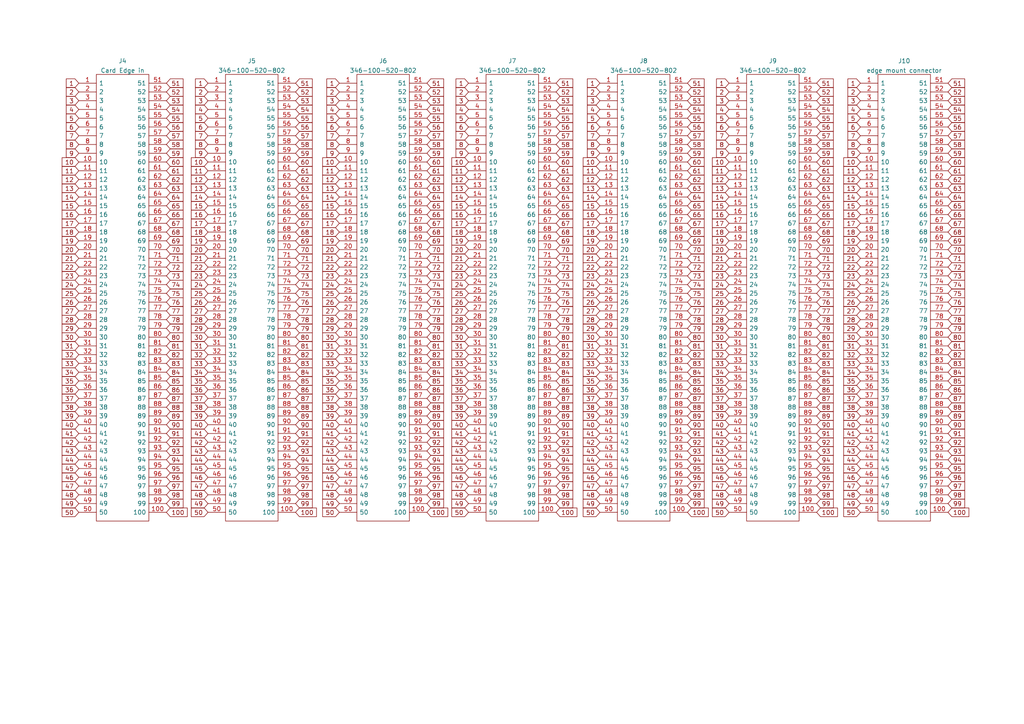
<source format=kicad_sch>
(kicad_sch (version 20211123) (generator eeschema)
  (paper "A4")
  (global_label "93" (shape input) (at 85.725 130.81 0) (property "Intersheet References" "${INTERSHEET_REFS}" (effects hide)))
  (global_label "40" (shape input) (at 60.325 123.19 180) (property "Intersheet References" "${INTERSHEET_REFS}" (effects hide)))
  (global_label "10" (shape input) (at 135.89 46.99 180) (property "Intersheet References" "${INTERSHEET_REFS}" (effects hide)))
  (global_label "96" (shape input) (at 85.725 138.43 0) (property "Intersheet References" "${INTERSHEET_REFS}" (effects hide)))
  (global_label "94" (shape input) (at 199.39 133.35 0) (property "Intersheet References" "${INTERSHEET_REFS}" (effects hide)))
  (global_label "14" (shape input) (at 173.99 57.15 180) (property "Intersheet References" "${INTERSHEET_REFS}" (effects hide)))
  (global_label "68" (shape input) (at 85.725 67.31 0) (property "Intersheet References" "${INTERSHEET_REFS}" (effects hide)))
  (global_label "57" (shape input) (at 161.29 39.37 0) (property "Intersheet References" "${INTERSHEET_REFS}" (effects hide)))
  (global_label "100" (shape input) (at 85.725 148.59 0) (property "Intersheet References" "${INTERSHEET_REFS}" (effects hide)))
  (global_label "46" (shape input) (at 22.86 138.43 180) (property "Intersheet References" "${INTERSHEET_REFS}" (effects hide)))
  (global_label "39" (shape input) (at 22.86 120.65 180) (property "Intersheet References" "${INTERSHEET_REFS}" (effects hide)))
  (global_label "22" (shape input) (at 135.89 77.47 180) (property "Intersheet References" "${INTERSHEET_REFS}" (effects hide)))
  (global_label "36" (shape input) (at 211.455 113.03 180) (property "Intersheet References" "${INTERSHEET_REFS}" (effects hide)))
  (global_label "64" (shape input) (at 236.855 57.15 0) (property "Intersheet References" "${INTERSHEET_REFS}" (effects hide)))
  (global_label "87" (shape input) (at 236.855 115.57 0) (property "Intersheet References" "${INTERSHEET_REFS}" (effects hide)))
  (global_label "62" (shape input) (at 274.955 52.07 0) (property "Intersheet References" "${INTERSHEET_REFS}" (effects hide)))
  (global_label "85" (shape input) (at 236.855 110.49 0) (property "Intersheet References" "${INTERSHEET_REFS}" (effects hide)))
  (global_label "10" (shape input) (at 249.555 46.99 180) (property "Intersheet References" "${INTERSHEET_REFS}" (effects hide)))
  (global_label "44" (shape input) (at 173.99 133.35 180) (property "Intersheet References" "${INTERSHEET_REFS}" (effects hide)))
  (global_label "36" (shape input) (at 22.86 113.03 180) (property "Intersheet References" "${INTERSHEET_REFS}" (effects hide)))
  (global_label "33" (shape input) (at 249.555 105.41 180) (property "Intersheet References" "${INTERSHEET_REFS}" (effects hide)))
  (global_label "70" (shape input) (at 123.825 72.39 0) (property "Intersheet References" "${INTERSHEET_REFS}" (effects hide)))
  (global_label "21" (shape input) (at 98.425 74.93 180) (property "Intersheet References" "${INTERSHEET_REFS}" (effects hide)))
  (global_label "92" (shape input) (at 161.29 128.27 0) (property "Intersheet References" "${INTERSHEET_REFS}" (effects hide)))
  (global_label "99" (shape input) (at 123.825 146.05 0) (property "Intersheet References" "${INTERSHEET_REFS}" (effects hide)))
  (global_label "77" (shape input) (at 199.39 90.17 0) (property "Intersheet References" "${INTERSHEET_REFS}" (effects hide)))
  (global_label "33" (shape input) (at 173.99 105.41 180) (property "Intersheet References" "${INTERSHEET_REFS}" (effects hide)))
  (global_label "11" (shape input) (at 249.555 49.53 180) (property "Intersheet References" "${INTERSHEET_REFS}" (effects hide)))
  (global_label "2" (shape input) (at 98.425 26.67 180) (property "Intersheet References" "${INTERSHEET_REFS}" (effects hide)))
  (global_label "82" (shape input) (at 123.825 102.87 0) (property "Intersheet References" "${INTERSHEET_REFS}" (effects hide)))
  (global_label "60" (shape input) (at 161.29 46.99 0) (property "Intersheet References" "${INTERSHEET_REFS}" (effects hide)))
  (global_label "14" (shape input) (at 60.325 57.15 180) (property "Intersheet References" "${INTERSHEET_REFS}" (effects hide)))
  (global_label "38" (shape input) (at 135.89 118.11 180) (property "Intersheet References" "${INTERSHEET_REFS}" (effects hide)))
  (global_label "55" (shape input) (at 48.26 34.29 0) (property "Intersheet References" "${INTERSHEET_REFS}" (effects hide)))
  (global_label "38" (shape input) (at 211.455 118.11 180) (property "Intersheet References" "${INTERSHEET_REFS}" (effects hide)))
  (global_label "52" (shape input) (at 274.955 26.67 0) (property "Intersheet References" "${INTERSHEET_REFS}" (effects hide)))
  (global_label "81" (shape input) (at 161.29 100.33 0) (property "Intersheet References" "${INTERSHEET_REFS}" (effects hide)))
  (global_label "15" (shape input) (at 211.455 59.69 180) (property "Intersheet References" "${INTERSHEET_REFS}" (effects hide)))
  (global_label "45" (shape input) (at 98.425 135.89 180) (property "Intersheet References" "${INTERSHEET_REFS}" (effects hide)))
  (global_label "80" (shape input) (at 199.39 97.79 0) (property "Intersheet References" "${INTERSHEET_REFS}" (effects hide)))
  (global_label "92" (shape input) (at 48.26 128.27 0) (property "Intersheet References" "${INTERSHEET_REFS}" (effects hide)))
  (global_label "61" (shape input) (at 274.955 49.53 0) (property "Intersheet References" "${INTERSHEET_REFS}" (effects hide)))
  (global_label "60" (shape input) (at 85.725 46.99 0) (property "Intersheet References" "${INTERSHEET_REFS}" (effects hide)))
  (global_label "56" (shape input) (at 274.955 36.83 0) (property "Intersheet References" "${INTERSHEET_REFS}" (effects hide)))
  (global_label "52" (shape input) (at 85.725 26.67 0) (property "Intersheet References" "${INTERSHEET_REFS}" (effects hide)))
  (global_label "76" (shape input) (at 236.855 87.63 0) (property "Intersheet References" "${INTERSHEET_REFS}" (effects hide)))
  (global_label "44" (shape input) (at 135.89 133.35 180) (property "Intersheet References" "${INTERSHEET_REFS}" (effects hide)))
  (global_label "71" (shape input) (at 123.825 74.93 0) (property "Intersheet References" "${INTERSHEET_REFS}" (effects hide)))
  (global_label "54" (shape input) (at 85.725 31.75 0) (property "Intersheet References" "${INTERSHEET_REFS}" (effects hide)))
  (global_label "47" (shape input) (at 135.89 140.97 180) (property "Intersheet References" "${INTERSHEET_REFS}" (effects hide)))
  (global_label "94" (shape input) (at 274.955 133.35 0) (property "Intersheet References" "${INTERSHEET_REFS}" (effects hide)))
  (global_label "2" (shape input) (at 135.89 26.67 180) (property "Intersheet References" "${INTERSHEET_REFS}" (effects hide)))
  (global_label "5" (shape input) (at 135.89 34.29 180) (property "Intersheet References" "${INTERSHEET_REFS}" (effects hide)))
  (global_label "8" (shape input) (at 249.555 41.91 180) (property "Intersheet References" "${INTERSHEET_REFS}" (effects hide)))
  (global_label "40" (shape input) (at 211.455 123.19 180) (property "Intersheet References" "${INTERSHEET_REFS}" (effects hide)))
  (global_label "89" (shape input) (at 85.725 120.65 0) (property "Intersheet References" "${INTERSHEET_REFS}" (effects hide)))
  (global_label "64" (shape input) (at 48.26 57.15 0) (property "Intersheet References" "${INTERSHEET_REFS}" (effects hide)))
  (global_label "86" (shape input) (at 85.725 113.03 0) (property "Intersheet References" "${INTERSHEET_REFS}" (effects hide)))
  (global_label "12" (shape input) (at 22.86 52.07 180) (property "Intersheet References" "${INTERSHEET_REFS}" (effects hide)))
  (global_label "23" (shape input) (at 211.455 80.01 180) (property "Intersheet References" "${INTERSHEET_REFS}" (effects hide)))
  (global_label "99" (shape input) (at 236.855 146.05 0) (property "Intersheet References" "${INTERSHEET_REFS}" (effects hide)))
  (global_label "98" (shape input) (at 161.29 143.51 0) (property "Intersheet References" "${INTERSHEET_REFS}" (effects hide)))
  (global_label "22" (shape input) (at 173.99 77.47 180) (property "Intersheet References" "${INTERSHEET_REFS}" (effects hide)))
  (global_label "30" (shape input) (at 60.325 97.79 180) (property "Intersheet References" "${INTERSHEET_REFS}" (effects hide)))
  (global_label "29" (shape input) (at 173.99 95.25 180) (property "Intersheet References" "${INTERSHEET_REFS}" (effects hide)))
  (global_label "51" (shape input) (at 236.855 24.13 0) (property "Intersheet References" "${INTERSHEET_REFS}" (effects hide)))
  (global_label "62" (shape input) (at 236.855 52.07 0) (property "Intersheet References" "${INTERSHEET_REFS}" (effects hide)))
  (global_label "81" (shape input) (at 85.725 100.33 0) (property "Intersheet References" "${INTERSHEET_REFS}" (effects hide)))
  (global_label "92" (shape input) (at 85.725 128.27 0) (property "Intersheet References" "${INTERSHEET_REFS}" (effects hide)))
  (global_label "42" (shape input) (at 60.325 128.27 180) (property "Intersheet References" "${INTERSHEET_REFS}" (effects hide)))
  (global_label "16" (shape input) (at 135.89 62.23 180) (property "Intersheet References" "${INTERSHEET_REFS}" (effects hide)))
  (global_label "60" (shape input) (at 48.26 46.99 0) (property "Intersheet References" "${INTERSHEET_REFS}" (effects hide)))
  (global_label "72" (shape input) (at 274.955 77.47 0) (property "Intersheet References" "${INTERSHEET_REFS}" (effects hide)))
  (global_label "47" (shape input) (at 211.455 140.97 180) (property "Intersheet References" "${INTERSHEET_REFS}" (effects hide)))
  (global_label "34" (shape input) (at 60.325 107.95 180) (property "Intersheet References" "${INTERSHEET_REFS}" (effects hide)))
  (global_label "76" (shape input) (at 85.725 87.63 0) (property "Intersheet References" "${INTERSHEET_REFS}" (effects hide)))
  (global_label "1" (shape input) (at 211.455 24.13 180) (property "Intersheet References" "${INTERSHEET_REFS}" (effects hide)))
  (global_label "6" (shape input) (at 60.325 36.83 180) (property "Intersheet References" "${INTERSHEET_REFS}" (effects hide)))
  (global_label "98" (shape input) (at 274.955 143.51 0) (property "Intersheet References" "${INTERSHEET_REFS}" (effects hide)))
  (global_label "3" (shape input) (at 60.325 29.21 180) (property "Intersheet References" "${INTERSHEET_REFS}" (effects hide)))
  (global_label "31" (shape input) (at 249.555 100.33 180) (property "Intersheet References" "${INTERSHEET_REFS}" (effects hide)))
  (global_label "60" (shape input) (at 236.855 46.99 0) (property "Intersheet References" "${INTERSHEET_REFS}" (effects hide)))
  (global_label "82" (shape input) (at 274.955 102.87 0) (property "Intersheet References" "${INTERSHEET_REFS}" (effects hide)))
  (global_label "61" (shape input) (at 236.855 49.53 0) (property "Intersheet References" "${INTERSHEET_REFS}" (effects hide)))
  (global_label "49" (shape input) (at 211.455 146.05 180) (property "Intersheet References" "${INTERSHEET_REFS}" (effects hide)))
  (global_label "58" (shape input) (at 274.955 41.91 0) (property "Intersheet References" "${INTERSHEET_REFS}" (effects hide)))
  (global_label "18" (shape input) (at 98.425 67.31 180) (property "Intersheet References" "${INTERSHEET_REFS}" (effects hide)))
  (global_label "90" (shape input) (at 123.825 123.19 0) (property "Intersheet References" "${INTERSHEET_REFS}" (effects hide)))
  (global_label "65" (shape input) (at 274.955 59.69 0) (property "Intersheet References" "${INTERSHEET_REFS}" (effects hide)))
  (global_label "40" (shape input) (at 173.99 123.19 180) (property "Intersheet References" "${INTERSHEET_REFS}" (effects hide)))
  (global_label "46" (shape input) (at 98.425 138.43 180) (property "Intersheet References" "${INTERSHEET_REFS}" (effects hide)))
  (global_label "63" (shape input) (at 236.855 54.61 0) (property "Intersheet References" "${INTERSHEET_REFS}" (effects hide)))
  (global_label "69" (shape input) (at 236.855 69.85 0) (property "Intersheet References" "${INTERSHEET_REFS}" (effects hide)))
  (global_label "55" (shape input) (at 274.955 34.29 0) (property "Intersheet References" "${INTERSHEET_REFS}" (effects hide)))
  (global_label "37" (shape input) (at 135.89 115.57 180) (property "Intersheet References" "${INTERSHEET_REFS}" (effects hide)))
  (global_label "65" (shape input) (at 199.39 59.69 0) (property "Intersheet References" "${INTERSHEET_REFS}" (effects hide)))
  (global_label "56" (shape input) (at 48.26 36.83 0) (property "Intersheet References" "${INTERSHEET_REFS}" (effects hide)))
  (global_label "71" (shape input) (at 274.955 74.93 0) (property "Intersheet References" "${INTERSHEET_REFS}" (effects hide)))
  (global_label "64" (shape input) (at 161.29 57.15 0) (property "Intersheet References" "${INTERSHEET_REFS}" (effects hide)))
  (global_label "22" (shape input) (at 249.555 77.47 180) (property "Intersheet References" "${INTERSHEET_REFS}" (effects hide)))
  (global_label "51" (shape input) (at 199.39 24.13 0) (property "Intersheet References" "${INTERSHEET_REFS}" (effects hide)))
  (global_label "80" (shape input) (at 236.855 97.79 0) (property "Intersheet References" "${INTERSHEET_REFS}" (effects hide)))
  (global_label "69" (shape input) (at 274.955 69.85 0) (property "Intersheet References" "${INTERSHEET_REFS}" (effects hide)))
  (global_label "55" (shape input) (at 236.855 34.29 0) (property "Intersheet References" "${INTERSHEET_REFS}" (effects hide)))
  (global_label "10" (shape input) (at 22.86 46.99 180) (property "Intersheet References" "${INTERSHEET_REFS}" (effects hide)))
  (global_label "81" (shape input) (at 48.26 100.33 0) (property "Intersheet References" "${INTERSHEET_REFS}" (effects hide)))
  (global_label "7" (shape input) (at 135.89 39.37 180) (property "Intersheet References" "${INTERSHEET_REFS}" (effects hide)))
  (global_label "73" (shape input) (at 274.955 80.01 0) (property "Intersheet References" "${INTERSHEET_REFS}" (effects hide)))
  (global_label "45" (shape input) (at 173.99 135.89 180) (property "Intersheet References" "${INTERSHEET_REFS}" (effects hide)))
  (global_label "50" (shape input) (at 211.455 148.59 180) (property "Intersheet References" "${INTERSHEET_REFS}" (effects hide)))
  (global_label "63" (shape input) (at 199.39 54.61 0) (property "Intersheet References" "${INTERSHEET_REFS}" (effects hide)))
  (global_label "72" (shape input) (at 85.725 77.47 0) (property "Intersheet References" "${INTERSHEET_REFS}" (effects hide)))
  (global_label "54" (shape input) (at 161.29 31.75 0) (property "Intersheet References" "${INTERSHEET_REFS}" (effects hide)))
  (global_label "8" (shape input) (at 22.86 41.91 180) (property "Intersheet References" "${INTERSHEET_REFS}" (effects hide)))
  (global_label "11" (shape input) (at 135.89 49.53 180) (property "Intersheet References" "${INTERSHEET_REFS}" (effects hide)))
  (global_label "13" (shape input) (at 98.425 54.61 180) (property "Intersheet References" "${INTERSHEET_REFS}" (effects hide)))
  (global_label "51" (shape input) (at 48.26 24.13 0) (property "Intersheet References" "${INTERSHEET_REFS}" (effects hide)))
  (global_label "42" (shape input) (at 249.555 128.27 180) (property "Intersheet References" "${INTERSHEET_REFS}" (effects hide)))
  (global_label "89" (shape input) (at 274.955 120.65 0) (property "Intersheet References" "${INTERSHEET_REFS}" (effects hide)))
  (global_label "58" (shape input) (at 236.855 41.91 0) (property "Intersheet References" "${INTERSHEET_REFS}" (effects hide)))
  (global_label "21" (shape input) (at 22.86 74.93 180) (property "Intersheet References" "${INTERSHEET_REFS}" (effects hide)))
  (global_label "20" (shape input) (at 60.325 72.39 180) (property "Intersheet References" "${INTERSHEET_REFS}" (effects hide)))
  (global_label "95" (shape input) (at 123.825 135.89 0) (property "Intersheet References" "${INTERSHEET_REFS}" (effects hide)))
  (global_label "18" (shape input) (at 211.455 67.31 180) (property "Intersheet References" "${INTERSHEET_REFS}" (effects hide)))
  (global_label "83" (shape input) (at 236.855 105.41 0) (property "Intersheet References" "${INTERSHEET_REFS}" (effects hide)))
  (global_label "67" (shape input) (at 236.855 64.77 0) (property "Intersheet References" "${INTERSHEET_REFS}" (effects hide)))
  (global_label "7" (shape input) (at 22.86 39.37 180) (property "Intersheet References" "${INTERSHEET_REFS}" (effects hide)))
  (global_label "42" (shape input) (at 211.455 128.27 180) (property "Intersheet References" "${INTERSHEET_REFS}" (effects hide)))
  (global_label "29" (shape input) (at 211.455 95.25 180) (property "Intersheet References" "${INTERSHEET_REFS}" (effects hide)))
  (global_label "87" (shape input) (at 274.955 115.57 0) (property "Intersheet References" "${INTERSHEET_REFS}" (effects hide)))
  (global_label "96" (shape input) (at 236.855 138.43 0) (property "Intersheet References" "${INTERSHEET_REFS}" (effects hide)))
  (global_label "79" (shape input) (at 274.955 95.25 0) (property "Intersheet References" "${INTERSHEET_REFS}" (effects hide)))
  (global_label "77" (shape input) (at 85.725 90.17 0) (property "Intersheet References" "${INTERSHEET_REFS}" (effects hide)))
  (global_label "4" (shape input) (at 211.455 31.75 180) (property "Intersheet References" "${INTERSHEET_REFS}" (effects hide)))
  (global_label "99" (shape input) (at 274.955 146.05 0) (property "Intersheet References" "${INTERSHEET_REFS}" (effects hide)))
  (global_label "88" (shape input) (at 236.855 118.11 0) (property "Intersheet References" "${INTERSHEET_REFS}" (effects hide)))
  (global_label "63" (shape input) (at 161.29 54.61 0) (property "Intersheet References" "${INTERSHEET_REFS}" (effects hide)))
  (global_label "13" (shape input) (at 211.455 54.61 180) (property "Intersheet References" "${INTERSHEET_REFS}" (effects hide)))
  (global_label "1" (shape input) (at 173.99 24.13 180) (property "Intersheet References" "${INTERSHEET_REFS}" (effects hide)))
  (global_label "17" (shape input) (at 135.89 64.77 180) (property "Intersheet References" "${INTERSHEET_REFS}" (effects hide)))
  (global_label "66" (shape input) (at 85.725 62.23 0) (property "Intersheet References" "${INTERSHEET_REFS}" (effects hide)))
  (global_label "68" (shape input) (at 48.26 67.31 0) (property "Intersheet References" "${INTERSHEET_REFS}" (effects hide)))
  (global_label "68" (shape input) (at 199.39 67.31 0) (property "Intersheet References" "${INTERSHEET_REFS}" (effects hide)))
  (global_label "69" (shape input) (at 199.39 69.85 0) (property "Intersheet References" "${INTERSHEET_REFS}" (effects hide)))
  (global_label "26" (shape input) (at 249.555 87.63 180) (property "Intersheet References" "${INTERSHEET_REFS}" (effects hide)))
  (global_label "88" (shape input) (at 48.26 118.11 0) (property "Intersheet References" "${INTERSHEET_REFS}" (effects hide)))
  (global_label "44" (shape input) (at 211.455 133.35 180) (property "Intersheet References" "${INTERSHEET_REFS}" (effects hide)))
  (global_label "28" (shape input) (at 135.89 92.71 180) (property "Intersheet References" "${INTERSHEET_REFS}" (effects hide)))
  (global_label "29" (shape input) (at 60.325 95.25 180) (property "Intersheet References" "${INTERSHEET_REFS}" (effects hide)))
  (global_label "25" (shape input) (at 211.455 85.09 180) (property "Intersheet References" "${INTERSHEET_REFS}" (effects hide)))
  (global_label "38" (shape input) (at 98.425 118.11 180) (property "Intersheet References" "${INTERSHEET_REFS}" (effects hide)))
  (global_label "31" (shape input) (at 173.99 100.33 180) (property "Intersheet References" "${INTERSHEET_REFS}" (effects hide)))
  (global_label "47" (shape input) (at 249.555 140.97 180) (property "Intersheet References" "${INTERSHEET_REFS}" (effects hide)))
  (global_label "89" (shape input) (at 123.825 120.65 0) (property "Intersheet References" "${INTERSHEET_REFS}" (effects hide)))
  (global_label "51" (shape input) (at 85.725 24.13 0) (property "Intersheet References" "${INTERSHEET_REFS}" (effects hide)))
  (global_label "36" (shape input) (at 98.425 113.03 180) (property "Intersheet References" "${INTERSHEET_REFS}" (effects hide)))
  (global_label "64" (shape input) (at 85.725 57.15 0) (property "Intersheet References" "${INTERSHEET_REFS}" (effects hide)))
  (global_label "74" (shape input) (at 236.855 82.55 0) (property "Intersheet References" "${INTERSHEET_REFS}" (effects hide)))
  (global_label "15" (shape input) (at 60.325 59.69 180) (property "Intersheet References" "${INTERSHEET_REFS}" (effects hide)))
  (global_label "99" (shape input) (at 85.725 146.05 0) (property "Intersheet References" "${INTERSHEET_REFS}" (effects hide)))
  (global_label "31" (shape input) (at 60.325 100.33 180) (property "Intersheet References" "${INTERSHEET_REFS}" (effects hide)))
  (global_label "90" (shape input) (at 161.29 123.19 0) (property "Intersheet References" "${INTERSHEET_REFS}" (effects hide)))
  (global_label "18" (shape input) (at 249.555 67.31 180) (property "Intersheet References" "${INTERSHEET_REFS}" (effects hide)))
  (global_label "23" (shape input) (at 22.86 80.01 180) (property "Intersheet References" "${INTERSHEET_REFS}" (effects hide)))
  (global_label "61" (shape input) (at 161.29 49.53 0) (property "Intersheet References" "${INTERSHEET_REFS}" (effects hide)))
  (global_label "38" (shape input) (at 249.555 118.11 180) (property "Intersheet References" "${INTERSHEET_REFS}" (effects hide)))
  (global_label "92" (shape input) (at 199.39 128.27 0) (property "Intersheet References" "${INTERSHEET_REFS}" (effects hide)))
  (global_label "43" (shape input) (at 135.89 130.81 180) (property "Intersheet References" "${INTERSHEET_REFS}" (effects hide)))
  (global_label "89" (shape input) (at 236.855 120.65 0) (property "Intersheet References" "${INTERSHEET_REFS}" (effects hide)))
  (global_label "59" (shape input) (at 274.955 44.45 0) (property "Intersheet References" "${INTERSHEET_REFS}" (effects hide)))
  (global_label "63" (shape input) (at 274.955 54.61 0) (property "Intersheet References" "${INTERSHEET_REFS}" (effects hide)))
  (global_label "69" (shape input) (at 48.26 69.85 0) (property "Intersheet References" "${INTERSHEET_REFS}" (effects hide)))
  (global_label "68" (shape input) (at 274.955 67.31 0) (property "Intersheet References" "${INTERSHEET_REFS}" (effects hide)))
  (global_label "9" (shape input) (at 173.99 44.45 180) (property "Intersheet References" "${INTERSHEET_REFS}" (effects hide)))
  (global_label "6" (shape input) (at 211.455 36.83 180) (property "Intersheet References" "${INTERSHEET_REFS}" (effects hide)))
  (global_label "80" (shape input) (at 161.29 97.79 0) (property "Intersheet References" "${INTERSHEET_REFS}" (effects hide)))
  (global_label "37" (shape input) (at 211.455 115.57 180) (property "Intersheet References" "${INTERSHEET_REFS}" (effects hide)))
  (global_label "94" (shape input) (at 236.855 133.35 0) (property "Intersheet References" "${INTERSHEET_REFS}" (effects hide)))
  (global_label "9" (shape input) (at 22.86 44.45 180) (property "Intersheet References" "${INTERSHEET_REFS}" (effects hide)))
  (global_label "2" (shape input) (at 249.555 26.67 180) (property "Intersheet References" "${INTERSHEET_REFS}" (effects hide)))
  (global_label "83" (shape input) (at 199.39 105.41 0) (property "Intersheet References" "${INTERSHEET_REFS}" (effects hide)))
  (global_label "12" (shape input) (at 60.325 52.07 180) (property "Intersheet References" "${INTERSHEET_REFS}" (effects hide)))
  (global_label "13" (shape input) (at 135.89 54.61 180) (property "Intersheet References" "${INTERSHEET_REFS}" (effects hide)))
  (global_label "10" (shape input) (at 173.99 46.99 180) (property "Intersheet References" "${INTERSHEET_REFS}" (effects hide)))
  (global_label "75" (shape input) (at 85.725 85.09 0) (property "Intersheet References" "${INTERSHEET_REFS}" (effects hide)))
  (global_label "86" (shape input) (at 48.26 113.03 0) (property "Intersheet References" "${INTERSHEET_REFS}" (effects hide)))
  (global_label "32" (shape input) (at 98.425 102.87 180) (property "Intersheet References" "${INTERSHEET_REFS}" (effects hide)))
  (global_label "42" (shape input) (at 135.89 128.27 180) (property "Intersheet References" "${INTERSHEET_REFS}" (effects hide)))
  (global_label "82" (shape input) (at 236.855 102.87 0) (property "Intersheet References" "${INTERSHEET_REFS}" (effects hide)))
  (global_label "82" (shape input) (at 199.39 102.87 0) (property "Intersheet References" "${INTERSHEET_REFS}" (effects hide)))
  (global_label "65" (shape input) (at 85.725 59.69 0) (property "Intersheet References" "${INTERSHEET_REFS}" (effects hide)))
  (global_label "76" (shape input) (at 48.26 87.63 0) (property "Intersheet References" "${INTERSHEET_REFS}" (effects hide)))
  (global_label "55" (shape input) (at 161.29 34.29 0) (property "Intersheet References" "${INTERSHEET_REFS}" (effects hide)))
  (global_label "78" (shape input) (at 85.725 92.71 0) (property "Intersheet References" "${INTERSHEET_REFS}" (effects hide)))
  (global_label "10" (shape input) (at 98.425 46.99 180) (property "Intersheet References" "${INTERSHEET_REFS}" (effects hide)))
  (global_label "28" (shape input) (at 22.86 92.71 180) (property "Intersheet References" "${INTERSHEET_REFS}" (effects hide)))
  (global_label "91" (shape input) (at 85.725 125.73 0) (property "Intersheet References" "${INTERSHEET_REFS}" (effects hide)))
  (global_label "20" (shape input) (at 22.86 72.39 180) (property "Intersheet References" "${INTERSHEET_REFS}" (effects hide)))
  (global_label "55" (shape input) (at 199.39 34.29 0) (property "Intersheet References" "${INTERSHEET_REFS}" (effects hide)))
  (global_label "16" (shape input) (at 173.99 62.23 180) (property "Intersheet References" "${INTERSHEET_REFS}" (effects hide)))
  (global_label "93" (shape input) (at 274.955 130.81 0) (property "Intersheet References" "${INTERSHEET_REFS}" (effects hide)))
  (global_label "71" (shape input) (at 236.855 74.93 0) (property "Intersheet References" "${INTERSHEET_REFS}" (effects hide)))
  (global_label "82" (shape input) (at 161.29 102.87 0) (property "Intersheet References" "${INTERSHEET_REFS}" (effects hide)))
  (global_label "18" (shape input) (at 135.89 67.31 180) (property "Intersheet References" "${INTERSHEET_REFS}" (effects hide)))
  (global_label "20" (shape input) (at 135.89 72.39 180) (property "Intersheet References" "${INTERSHEET_REFS}" (effects hide)))
  (global_label "30" (shape input) (at 135.89 97.79 180) (property "Intersheet References" "${INTERSHEET_REFS}" (effects hide)))
  (global_label "22" (shape input) (at 98.425 77.47 180) (property "Intersheet References" "${INTERSHEET_REFS}" (effects hide)))
  (global_label "32" (shape input) (at 22.86 102.87 180) (property "Intersheet References" "${INTERSHEET_REFS}" (effects hide)))
  (global_label "47" (shape input) (at 98.425 140.97 180) (property "Intersheet References" "${INTERSHEET_REFS}" (effects hide)))
  (global_label "100" (shape input) (at 123.825 148.59 0) (property "Intersheet References" "${INTERSHEET_REFS}" (effects hide)))
  (global_label "48" (shape input) (at 22.86 143.51 180) (property "Intersheet References" "${INTERSHEET_REFS}" (effects hide)))
  (global_label "92" (shape input) (at 123.825 128.27 0) (property "Intersheet References" "${INTERSHEET_REFS}" (effects hide)))
  (global_label "95" (shape input) (at 85.725 135.89 0) (property "Intersheet References" "${INTERSHEET_REFS}" (effects hide)))
  (global_label "95" (shape input) (at 274.955 135.89 0) (property "Intersheet References" "${INTERSHEET_REFS}" (effects hide)))
  (global_label "7" (shape input) (at 98.425 39.37 180) (property "Intersheet References" "${INTERSHEET_REFS}" (effects hide)))
  (global_label "61" (shape input) (at 199.39 49.53 0) (property "Intersheet References" "${INTERSHEET_REFS}" (effects hide)))
  (global_label "16" (shape input) (at 211.455 62.23 180) (property "Intersheet References" "${INTERSHEET_REFS}" (effects hide)))
  (global_label "30" (shape input) (at 211.455 97.79 180) (property "Intersheet References" "${INTERSHEET_REFS}" (effects hide)))
  (global_label "34" (shape input) (at 173.99 107.95 180) (property "Intersheet References" "${INTERSHEET_REFS}" (effects hide)))
  (global_label "84" (shape input) (at 236.855 107.95 0) (property "Intersheet References" "${INTERSHEET_REFS}" (effects hide)))
  (global_label "76" (shape input) (at 274.955 87.63 0) (property "Intersheet References" "${INTERSHEET_REFS}" (effects hide)))
  (global_label "56" (shape input) (at 85.725 36.83 0) (property "Intersheet References" "${INTERSHEET_REFS}" (effects hide)))
  (global_label "9" (shape input) (at 249.555 44.45 180) (property "Intersheet References" "${INTERSHEET_REFS}" (effects hide)))
  (global_label "74" (shape input) (at 199.39 82.55 0) (property "Intersheet References" "${INTERSHEET_REFS}" (effects hide)))
  (global_label "59" (shape input) (at 236.855 44.45 0) (property "Intersheet References" "${INTERSHEET_REFS}" (effects hide)))
  (global_label "81" (shape input) (at 236.855 100.33 0) (property "Intersheet References" "${INTERSHEET_REFS}" (effects hide)))
  (global_label "8" (shape input) (at 135.89 41.91 180) (property "Intersheet References" "${INTERSHEET_REFS}" (effects hide)))
  (global_label "66" (shape input) (at 199.39 62.23 0) (property "Intersheet References" "${INTERSHEET_REFS}" (effects hide)))
  (global_label "59" (shape input) (at 161.29 44.45 0) (property "Intersheet References" "${INTERSHEET_REFS}" (effects hide)))
  (global_label "78" (shape input) (at 274.955 92.71 0) (property "Intersheet References" "${INTERSHEET_REFS}" (effects hide)))
  (global_label "74" (shape input) (at 48.26 82.55 0) (property "Intersheet References" "${INTERSHEET_REFS}" (effects hide)))
  (global_label "86" (shape input) (at 161.29 113.03 0) (property "Intersheet References" "${INTERSHEET_REFS}" (effects hide)))
  (global_label "87" (shape input) (at 161.29 115.57 0) (property "Intersheet References" "${INTERSHEET_REFS}" (effects hide)))
  (global_label "13" (shape input) (at 249.555 54.61 180) (property "Intersheet References" "${INTERSHEET_REFS}" (effects hide)))
  (global_label "73" (shape input) (at 123.825 80.01 0) (property "Intersheet References" "${INTERSHEET_REFS}" (effects hide)))
  (global_label "33" (shape input) (at 211.455 105.41 180) (property "Intersheet References" "${INTERSHEET_REFS}" (effects hide)))
  (global_label "98" (shape input) (at 48.26 143.51 0) (property "Intersheet References" "${INTERSHEET_REFS}" (effects hide)))
  (global_label "50" (shape input) (at 173.99 148.59 180) (property "Intersheet References" "${INTERSHEET_REFS}" (effects hide)))
  (global_label "92" (shape input) (at 274.955 128.27 0) (property "Intersheet References" "${INTERSHEET_REFS}" (effects hide)))
  (global_label "24" (shape input) (at 173.99 82.55 180) (property "Intersheet References" "${INTERSHEET_REFS}" (effects hide)))
  (global_label "14" (shape input) (at 98.425 57.15 180) (property "Intersheet References" "${INTERSHEET_REFS}" (effects hide)))
  (global_label "17" (shape input) (at 173.99 64.77 180) (property "Intersheet References" "${INTERSHEET_REFS}" (effects hide)))
  (global_label "18" (shape input) (at 60.325 67.31 180) (property "Intersheet References" "${INTERSHEET_REFS}" (effects hide)))
  (global_label "18" (shape input) (at 22.86 67.31 180) (property "Intersheet References" "${INTERSHEET_REFS}" (effects hide)))
  (global_label "25" (shape input) (at 135.89 85.09 180) (property "Intersheet References" "${INTERSHEET_REFS}" (effects hide)))
  (global_label "94" (shape input) (at 161.29 133.35 0) (property "Intersheet References" "${INTERSHEET_REFS}" (effects hide)))
  (global_label "88" (shape input) (at 199.39 118.11 0) (property "Intersheet References" "${INTERSHEET_REFS}" (effects hide)))
  (global_label "58" (shape input) (at 161.29 41.91 0) (property "Intersheet References" "${INTERSHEET_REFS}" (effects hide)))
  (global_label "97" (shape input) (at 123.825 140.97 0) (property "Intersheet References" "${INTERSHEET_REFS}" (effects hide)))
  (global_label "24" (shape input) (at 60.325 82.55 180) (property "Intersheet References" "${INTERSHEET_REFS}" (effects hide)))
  (global_label "27" (shape input) (at 60.325 90.17 180) (property "Intersheet References" "${INTERSHEET_REFS}" (effects hide)))
  (global_label "40" (shape input) (at 22.86 123.19 180) (property "Intersheet References" "${INTERSHEET_REFS}" (effects hide)))
  (global_label "23" (shape input) (at 135.89 80.01 180) (property "Intersheet References" "${INTERSHEET_REFS}" (effects hide)))
  (global_label "64" (shape input) (at 274.955 57.15 0) (property "Intersheet References" "${INTERSHEET_REFS}" (effects hide)))
  (global_label "94" (shape input) (at 48.26 133.35 0) (property "Intersheet References" "${INTERSHEET_REFS}" (effects hide)))
  (global_label "34" (shape input) (at 22.86 107.95 180) (property "Intersheet References" "${INTERSHEET_REFS}" (effects hide)))
  (global_label "2" (shape input) (at 211.455 26.67 180) (property "Intersheet References" "${INTERSHEET_REFS}" (effects hide)))
  (global_label "74" (shape input) (at 85.725 82.55 0) (property "Intersheet References" "${INTERSHEET_REFS}" (effects hide)))
  (global_label "67" (shape input) (at 199.39 64.77 0) (property "Intersheet References" "${INTERSHEET_REFS}" (effects hide)))
  (global_label "14" (shape input) (at 211.455 57.15 180) (property "Intersheet References" "${INTERSHEET_REFS}" (effects hide)))
  (global_label "81" (shape input) (at 123.825 100.33 0) (property "Intersheet References" "${INTERSHEET_REFS}" (effects hide)))
  (global_label "26" (shape input) (at 173.99 87.63 180) (property "Intersheet References" "${INTERSHEET_REFS}" (effects hide)))
  (global_label "79" (shape input) (at 123.825 95.25 0) (property "Intersheet References" "${INTERSHEET_REFS}" (effects hide)))
  (global_label "4" (shape input) (at 173.99 31.75 180) (property "Intersheet References" "${INTERSHEET_REFS}" (effects hide)))
  (global_label "46" (shape input) (at 211.455 138.43 180) (property "Intersheet References" "${INTERSHEET_REFS}" (effects hide)))
  (global_label "15" (shape input) (at 98.425 59.69 180) (property "Intersheet References" "${INTERSHEET_REFS}" (effects hide)))
  (global_label "42" (shape input) (at 173.99 128.27 180) (property "Intersheet References" "${INTERSHEET_REFS}" (effects hide)))
  (global_label "93" (shape input) (at 48.26 130.81 0) (property "Intersheet References" "${INTERSHEET_REFS}" (effects hide)))
  (global_label "42" (shape input) (at 22.86 128.27 180) (property "Intersheet References" "${INTERSHEET_REFS}" (effects hide)))
  (global_label "63" (shape input) (at 123.825 54.61 0) (property "Intersheet References" "${INTERSHEET_REFS}" (effects hide)))
  (global_label "84" (shape input) (at 48.26 107.95 0) (property "Intersheet References" "${INTERSHEET_REFS}" (effects hide)))
  (global_label "62" (shape input) (at 48.26 52.07 0) (property "Intersheet References" "${INTERSHEET_REFS}" (effects hide)))
  (global_label "74" (shape input) (at 161.29 82.55 0) (property "Intersheet References" "${INTERSHEET_REFS}" (effects hide)))
  (global_label "75" (shape input) (at 199.39 85.09 0) (property "Intersheet References" "${INTERSHEET_REFS}" (effects hide)))
  (global_label "95" (shape input) (at 199.39 135.89 0) (property "Intersheet References" "${INTERSHEET_REFS}" (effects hide)))
  (global_label "55" (shape input) (at 123.825 34.29 0) (property "Intersheet References" "${INTERSHEET_REFS}" (effects hide)))
  (global_label "9" (shape input) (at 98.425 44.45 180) (property "Intersheet References" "${INTERSHEET_REFS}" (effects hide)))
  (global_label "73" (shape input) (at 48.26 80.01 0) (property "Intersheet References" "${INTERSHEET_REFS}" (effects hide)))
  (global_label "97" (shape input) (at 85.725 140.97 0) (property "Intersheet References" "${INTERSHEET_REFS}" (effects hide)))
  (global_label "40" (shape input) (at 135.89 123.19 180) (property "Intersheet References" "${INTERSHEET_REFS}" (effects hide)))
  (global_label "35" (shape input) (at 60.325 110.49 180) (property "Intersheet References" "${INTERSHEET_REFS}" (effects hide)))
  (global_label "72" (shape input) (at 236.855 77.47 0) (property "Intersheet References" "${INTERSHEET_REFS}" (effects hide)))
  (global_label "6" (shape input) (at 249.555 36.83 180) (property "Intersheet References" "${INTERSHEET_REFS}" (effects hide)))
  (global_label "78" (shape input) (at 123.825 92.71 0) (property "Intersheet References" "${INTERSHEET_REFS}" (effects hide)))
  (global_label "49" (shape input) (at 60.325 146.05 180) (property "Intersheet References" "${INTERSHEET_REFS}" (effects hide)))
  (global_label "48" (shape input) (at 135.89 143.51 180) (property "Intersheet References" "${INTERSHEET_REFS}" (effects hide)))
  (global_label "36" (shape input) (at 173.99 113.03 180) (property "Intersheet References" "${INTERSHEET_REFS}" (effects hide)))
  (global_label "53" (shape input) (at 48.26 29.21 0) (property "Intersheet References" "${INTERSHEET_REFS}" (effects hide)))
  (global_label "2" (shape input) (at 60.325 26.67 180) (property "Intersheet References" "${INTERSHEET_REFS}" (effects hide)))
  (global_label "82" (shape input) (at 85.725 102.87 0) (property "Intersheet References" "${INTERSHEET_REFS}" (effects hide)))
  (global_label "4" (shape input) (at 249.555 31.75 180) (property "Intersheet References" "${INTERSHEET_REFS}" (effects hide)))
  (global_label "83" (shape input) (at 48.26 105.41 0) (property "Intersheet References" "${INTERSHEET_REFS}" (effects hide)))
  (global_label "62" (shape input) (at 123.825 52.07 0) (property "Intersheet References" "${INTERSHEET_REFS}" (effects hide)))
  (global_label "71" (shape input) (at 48.26 74.93 0) (property "Intersheet References" "${INTERSHEET_REFS}" (effects hide)))
  (global_label "33" (shape input) (at 60.325 105.41 180) (property "Intersheet References" "${INTERSHEET_REFS}" (effects hide)))
  (global_label "77" (shape input) (at 236.855 90.17 0) (property "Intersheet References" "${INTERSHEET_REFS}" (effects hide)))
  (global_label "58" (shape input) (at 123.825 41.91 0) (property "Intersheet References" "${INTERSHEET_REFS}" (effects hide)))
  (global_label "20" (shape input) (at 98.425 72.39 180) (property "Intersheet References" "${INTERSHEET_REFS}" (effects hide)))
  (global_label "4" (shape input) (at 98.425 31.75 180) (property "Intersheet References" "${INTERSHEET_REFS}" (effects hide)))
  (global_label "58" (shape input) (at 199.39 41.91 0) (property "Intersheet References" "${INTERSHEET_REFS}" (effects hide)))
  (global_label "22" (shape input) (at 211.455 77.47 180) (property "Intersheet References" "${INTERSHEET_REFS}" (effects hide)))
  (global_label "61" (shape input) (at 85.725 49.53 0) (property "Intersheet References" "${INTERSHEET_REFS}" (effects hide)))
  (global_label "16" (shape input) (at 249.555 62.23 180) (property "Intersheet References" "${INTERSHEET_REFS}" (effects hide)))
  (global_label "17" (shape input) (at 249.555 64.77 180) (property "Intersheet References" "${INTERSHEET_REFS}" (effects hide)))
  (global_label "46" (shape input) (at 60.325 138.43 180) (property "Intersheet References" "${INTERSHEET_REFS}" (effects hide)))
  (global_label "38" (shape input) (at 60.325 118.11 180) (property "Intersheet References" "${INTERSHEET_REFS}" (effects hide)))
  (global_label "97" (shape input) (at 274.955 140.97 0) (property "Intersheet References" "${INTERSHEET_REFS}" (effects hide)))
  (global_label "63" (shape input) (at 48.26 54.61 0) (property "Intersheet References" "${INTERSHEET_REFS}" (effects hide)))
  (global_label "35" (shape input) (at 249.555 110.49 180) (property "Intersheet References" "${INTERSHEET_REFS}" (effects hide)))
  (global_label "45" (shape input) (at 60.325 135.89 180) (property "Intersheet References" "${INTERSHEET_REFS}" (effects hide)))
  (global_label "90" (shape input) (at 48.26 123.19 0) (property "Intersheet References" "${INTERSHEET_REFS}" (effects hide)))
  (global_label "77" (shape input) (at 48.26 90.17 0) (property "Intersheet References" "${INTERSHEET_REFS}" (effects hide)))
  (global_label "79" (shape input) (at 199.39 95.25 0) (property "Intersheet References" "${INTERSHEET_REFS}" (effects hide)))
  (global_label "36" (shape input) (at 135.89 113.03 180) (property "Intersheet References" "${INTERSHEET_REFS}" (effects hide)))
  (global_label "49" (shape input) (at 22.86 146.05 180) (property "Intersheet References" "${INTERSHEET_REFS}" (effects hide)))
  (global_label "100" (shape input) (at 236.855 148.59 0) (property "Intersheet References" "${INTERSHEET_REFS}" (effects hide)))
  (global_label "30" (shape input) (at 249.555 97.79 180) (property "Intersheet References" "${INTERSHEET_REFS}" (effects hide)))
  (global_label "87" (shape input) (at 123.825 115.57 0) (property "Intersheet References" "${INTERSHEET_REFS}" (effects hide)))
  (global_label "84" (shape input) (at 161.29 107.95 0) (property "Intersheet References" "${INTERSHEET_REFS}" (effects hide)))
  (global_label "20" (shape input) (at 173.99 72.39 180) (property "Intersheet References" "${INTERSHEET_REFS}" (effects hide)))
  (global_label "43" (shape input) (at 60.325 130.81 180) (property "Intersheet References" "${INTERSHEET_REFS}" (effects hide)))
  (global_label "79" (shape input) (at 48.26 95.25 0) (property "Intersheet References" "${INTERSHEET_REFS}" (effects hide)))
  (global_label "63" (shape input) (at 85.725 54.61 0) (property "Intersheet References" "${INTERSHEET_REFS}" (effects hide)))
  (global_label "28" (shape input) (at 60.325 92.71 180) (property "Intersheet References" "${INTERSHEET_REFS}" (effects hide)))
  (global_label "28" (shape input) (at 249.555 92.71 180) (property "Intersheet References" "${INTERSHEET_REFS}" (effects hide)))
  (global_label "29" (shape input) (at 135.89 95.25 180) (property "Intersheet References" "${INTERSHEET_REFS}" (effects hide)))
  (global_label "29" (shape input) (at 98.425 95.25 180) (property "Intersheet References" "${INTERSHEET_REFS}" (effects hide)))
  (global_label "60" (shape input) (at 274.955 46.99 0) (property "Intersheet References" "${INTERSHEET_REFS}" (effects hide)))
  (global_label "8" (shape input) (at 98.425 41.91 180) (property "Intersheet References" "${INTERSHEET_REFS}" (effects hide)))
  (global_label "84" (shape input) (at 274.955 107.95 0) (property "Intersheet References" "${INTERSHEET_REFS}" (effects hide)))
  (global_label "86" (shape input) (at 199.39 113.03 0) (property "Intersheet References" "${INTERSHEET_REFS}" (effects hide)))
  (global_label "70" (shape input) (at 199.39 72.39 0) (property "Intersheet References" "${INTERSHEET_REFS}" (effects hide)))
  (global_label "24" (shape input) (at 211.455 82.55 180) (property "Intersheet References" "${INTERSHEET_REFS}" (effects hide)))
  (global_label "89" (shape input) (at 161.29 120.65 0) (property "Intersheet References" "${INTERSHEET_REFS}" (effects hide)))
  (global_label "43" (shape input) (at 249.555 130.81 180) (property "Intersheet References" "${INTERSHEET_REFS}" (effects hide)))
  (global_label "11" (shape input) (at 98.425 49.53 180) (property "Intersheet References" "${INTERSHEET_REFS}" (effects hide)))
  (global_label "8" (shape input) (at 60.325 41.91 180) (property "Intersheet References" "${INTERSHEET_REFS}" (effects hide)))
  (global_label "12" (shape input) (at 98.425 52.07 180) (property "Intersheet References" "${INTERSHEET_REFS}" (effects hide)))
  (global_label "2" (shape input) (at 173.99 26.67 180) (property "Intersheet References" "${INTERSHEET_REFS}" (effects hide)))
  (global_label "49" (shape input) (at 135.89 146.05 180) (property "Intersheet References" "${INTERSHEET_REFS}" (effects hide)))
  (global_label "84" (shape input) (at 85.725 107.95 0) (property "Intersheet References" "${INTERSHEET_REFS}" (effects hide)))
  (global_label "76" (shape input) (at 161.29 87.63 0) (property "Intersheet References" "${INTERSHEET_REFS}" (effects hide)))
  (global_label "9" (shape input) (at 135.89 44.45 180) (property "Intersheet References" "${INTERSHEET_REFS}" (effects hide)))
  (global_label "11" (shape input) (at 173.99 49.53 180) (property "Intersheet References" "${INTERSHEET_REFS}" (effects hide)))
  (global_label "59" (shape input) (at 199.39 44.45 0) (property "Intersheet References" "${INTERSHEET_REFS}" (effects hide)))
  (global_label "16" (shape input) (at 98.425 62.23 180) (property "Intersheet References" "${INTERSHEET_REFS}" (effects hide)))
  (global_label "94" (shape input) (at 85.725 133.35 0) (property "Intersheet References" "${INTERSHEET_REFS}" (effects hide)))
  (global_label "65" (shape input) (at 123.825 59.69 0) (property "Intersheet References" "${INTERSHEET_REFS}" (effects hide)))
  (global_label "43" (shape input) (at 211.455 130.81 180) (property "Intersheet References" "${INTERSHEET_REFS}" (effects hide)))
  (global_label "73" (shape input) (at 161.29 80.01 0) (property "Intersheet References" "${INTERSHEET_REFS}" (effects hide)))
  (global_label "69" (shape input) (at 85.725 69.85 0) (property "Intersheet References" "${INTERSHEET_REFS}" (effects hide)))
  (global_label "46" (shape input) (at 135.89 138.43 180) (property "Intersheet References" "${INTERSHEET_REFS}" (effects hide)))
  (global_label "83" (shape input) (at 123.825 105.41 0) (property "Intersheet References" "${INTERSHEET_REFS}" (effects hide)))
  (global_label "69" (shape input) (at 123.825 69.85 0) (property "Intersheet References" "${INTERSHEET_REFS}" (effects hide)))
  (global_label "51" (shape input) (at 123.825 24.13 0) (property "Intersheet References" "${INTERSHEET_REFS}" (effects hide)))
  (global_label "41" (shape input) (at 98.425 125.73 180) (property "Intersheet References" "${INTERSHEET_REFS}" (effects hide)))
  (global_label "89" (shape input) (at 48.26 120.65 0) (property "Intersheet References" "${INTERSHEET_REFS}" (effects hide)))
  (global_label "43" (shape input) (at 98.425 130.81 180) (property "Intersheet References" "${INTERSHEET_REFS}" (effects hide)))
  (global_label "60" (shape input) (at 123.825 46.99 0) (property "Intersheet References" "${INTERSHEET_REFS}" (effects hide)))
  (global_label "84" (shape input) (at 123.825 107.95 0) (property "Intersheet References" "${INTERSHEET_REFS}" (effects hide)))
  (global_label "62" (shape input) (at 199.39 52.07 0) (property "Intersheet References" "${INTERSHEET_REFS}" (effects hide)))
  (global_label "12" (shape input) (at 211.455 52.07 180) (property "Intersheet References" "${INTERSHEET_REFS}" (effects hide)))
  (global_label "87" (shape input) (at 85.725 115.57 0) (property "Intersheet References" "${INTERSHEET_REFS}" (effects hide)))
  (global_label "75" (shape input) (at 48.26 85.09 0) (property "Intersheet References" "${INTERSHEET_REFS}" (effects hide)))
  (global_label "99" (shape input) (at 48.26 146.05 0) (property "Intersheet References" "${INTERSHEET_REFS}" (effects hide)))
  (global_label "13" (shape input) (at 60.325 54.61 180) (property "Intersheet References" "${INTERSHEET_REFS}" (effects hide)))
  (global_label "12" (shape input) (at 135.89 52.07 180) (property "Intersheet References" "${INTERSHEET_REFS}" (effects hide)))
  (global_label "85" (shape input) (at 161.29 110.49 0) (property "Intersheet References" "${INTERSHEET_REFS}" (effects hide)))
  (global_label "44" (shape input) (at 60.325 133.35 180) (property "Intersheet References" "${INTERSHEET_REFS}" (effects hide)))
  (global_label "68" (shape input) (at 236.855 67.31 0) (property "Intersheet References" "${INTERSHEET_REFS}" (effects hide)))
  (global_label "31" (shape input) (at 22.86 100.33 180) (property "Intersheet References" "${INTERSHEET_REFS}" (effects hide)))
  (global_label "35" (shape input) (at 98.425 110.49 180) (property "Intersheet References" "${INTERSHEET_REFS}" (effects hide)))
  (global_label "60" (shape input) (at 199.39 46.99 0) (property "Intersheet References" "${INTERSHEET_REFS}" (effects hide)))
  (global_label "21" (shape input) (at 173.99 74.93 180) (property "Intersheet References" "${INTERSHEET_REFS}" (effects hide)))
  (global_label "13" (shape input) (at 173.99 54.61 180) (property "Intersheet References" "${INTERSHEET_REFS}" (effects hide)))
  (global_label "53" (shape input) (at 161.29 29.21 0) (property "Intersheet References" "${INTERSHEET_REFS}" (effects hide)))
  (global_label "11" (shape input) (at 60.325 49.53 180) (property "Intersheet References" "${INTERSHEET_REFS}" (effects hide)))
  (global_label "48" (shape input) (at 249.555 143.51 180) (property "Intersheet References" "${INTERSHEET_REFS}" (effects hide)))
  (global_label "28" (shape input) (at 173.99 92.71 180) (property "Intersheet References" "${INTERSHEET_REFS}" (effects hide)))
  (global_label "80" (shape input) (at 274.955 97.79 0) (property "Intersheet References" "${INTERSHEET_REFS}" (effects hide)))
  (global_label "3" (shape input) (at 135.89 29.21 180) (property "Intersheet References" "${INTERSHEET_REFS}" (effects hide)))
  (global_label "26" (shape input) (at 60.325 87.63 180) (property "Intersheet References" "${INTERSHEET_REFS}" (effects hide)))
  (global_label "96" (shape input) (at 274.955 138.43 0) (property "Intersheet References" "${INTERSHEET_REFS}" (effects hide)))
  (global_label "46" (shape input) (at 249.555 138.43 180) (property "Intersheet References" "${INTERSHEET_REFS}" (effects hide)))
  (global_label "26" (shape input) (at 22.86 87.63 180) (property "Intersheet References" "${INTERSHEET_REFS}" (effects hide)))
  (global_label "49" (shape input) (at 173.99 146.05 180) (property "Intersheet References" "${INTERSHEET_REFS}" (effects hide)))
  (global_label "3" (shape input) (at 173.99 29.21 180) (property "Intersheet References" "${INTERSHEET_REFS}" (effects hide)))
  (global_label "81" (shape input) (at 199.39 100.33 0) (property "Intersheet References" "${INTERSHEET_REFS}" (effects hide)))
  (global_label "78" (shape input) (at 236.855 92.71 0) (property "Intersheet References" "${INTERSHEET_REFS}" (effects hide)))
  (global_label "77" (shape input) (at 161.29 90.17 0) (property "Intersheet References" "${INTERSHEET_REFS}" (effects hide)))
  (global_label "23" (shape input) (at 60.325 80.01 180) (property "Intersheet References" "${INTERSHEET_REFS}" (effects hide)))
  (global_label "71" (shape input) (at 161.29 74.93 0) (property "Intersheet References" "${INTERSHEET_REFS}" (effects hide)))
  (global_label "72" (shape input) (at 48.26 77.47 0) (property "Intersheet References" "${INTERSHEET_REFS}" (effects hide)))
  (global_label "11" (shape input) (at 211.455 49.53 180) (property "Intersheet References" "${INTERSHEET_REFS}" (effects hide)))
  (global_label "54" (shape input) (at 123.825 31.75 0) (property "Intersheet References" "${INTERSHEET_REFS}" (effects hide)))
  (global_label "66" (shape input) (at 236.855 62.23 0) (property "Intersheet References" "${INTERSHEET_REFS}" (effects hide)))
  (global_label "17" (shape input) (at 22.86 64.77 180) (property "Intersheet References" "${INTERSHEET_REFS}" (effects hide)))
  (global_label "79" (shape input) (at 161.29 95.25 0) (property "Intersheet References" "${INTERSHEET_REFS}" (effects hide)))
  (global_label "35" (shape input) (at 211.455 110.49 180) (property "Intersheet References" "${INTERSHEET_REFS}" (effects hide)))
  (global_label "70" (shape input) (at 48.26 72.39 0) (property "Intersheet References" "${INTERSHEET_REFS}" (effects hide)))
  (global_label "55" (shape input) (at 85.725 34.29 0) (property "Intersheet References" "${INTERSHEET_REFS}" (effects hide)))
  (global_label "50" (shape input) (at 60.325 148.59 180) (property "Intersheet References" "${INTERSHEET_REFS}" (effects hide)))
  (global_label "57" (shape input) (at 85.725 39.37 0) (property "Intersheet References" "${INTERSHEET_REFS}" (effects hide)))
  (global_label "20" (shape input) (at 249.555 72.39 180) (property "Intersheet References" "${INTERSHEET_REFS}" (effects hide)))
  (global_label "9" (shape input) (at 60.325 44.45 180) (property "Intersheet References" "${INTERSHEET_REFS}" (effects hide)))
  (global_label "76" (shape input) (at 123.825 87.63 0) (property "Intersheet References" "${INTERSHEET_REFS}" (effects hide)))
  (global_label "8" (shape input) (at 173.99 41.91 180) (property "Intersheet References" "${INTERSHEET_REFS}" (effects hide)))
  (global_label "3" (shape input) (at 211.455 29.21 180) (property "Intersheet References" "${INTERSHEET_REFS}" (effects hide)))
  (global_label "97" (shape input) (at 48.26 140.97 0) (property "Intersheet References" "${INTERSHEET_REFS}" (effects hide)))
  (global_label "62" (shape input) (at 161.29 52.07 0) (property "Intersheet References" "${INTERSHEET_REFS}" (effects hide)))
  (global_label "39" (shape input) (at 98.425 120.65 180) (property "Intersheet References" "${INTERSHEET_REFS}" (effects hide)))
  (global_label "47" (shape input) (at 22.86 140.97 180) (property "Intersheet References" "${INTERSHEET_REFS}" (effects hide)))
  (global_label "100" (shape input) (at 199.39 148.59 0) (property "Intersheet References" "${INTERSHEET_REFS}" (effects hide)))
  (global_label "34" (shape input) (at 135.89 107.95 180) (property "Intersheet References" "${INTERSHEET_REFS}" (effects hide)))
  (global_label "83" (shape input) (at 161.29 105.41 0) (property "Intersheet References" "${INTERSHEET_REFS}" (effects hide)))
  (global_label "31" (shape input) (at 98.425 100.33 180) (property "Intersheet References" "${INTERSHEET_REFS}" (effects hide)))
  (global_label "37" (shape input) (at 249.555 115.57 180) (property "Intersheet References" "${INTERSHEET_REFS}" (effects hide)))
  (global_label "30" (shape input) (at 22.86 97.79 180) (property "Intersheet References" "${INTERSHEET_REFS}" (effects hide)))
  (global_label "6" (shape input) (at 173.99 36.83 180) (property "Intersheet References" "${INTERSHEET_REFS}" (effects hide)))
  (global_label "52" (shape input) (at 48.26 26.67 0) (property "Intersheet References" "${INTERSHEET_REFS}" (effects hide)))
  (global_label "54" (shape input) (at 236.855 31.75 0) (property "Intersheet References" "${INTERSHEET_REFS}" (effects hide)))
  (global_label "1" (shape input) (at 135.89 24.13 180) (property "Intersheet References" "${INTERSHEET_REFS}" (effects hide)))
  (global_label "99" (shape input) (at 199.39 146.05 0) (property "Intersheet References" "${INTERSHEET_REFS}" (effects hide)))
  (global_label "56" (shape input) (at 199.39 36.83 0) (property "Intersheet References" "${INTERSHEET_REFS}" (effects hide)))
  (global_label "81" (shape input) (at 274.955 100.33 0) (property "Intersheet References" "${INTERSHEET_REFS}" (effects hide)))
  (global_label "75" (shape input) (at 236.855 85.09 0) (property "Intersheet References" "${INTERSHEET_REFS}" (effects hide)))
  (global_label "25" (shape input) (at 22.86 85.09 180) (property "Intersheet References" "${INTERSHEET_REFS}" (effects hide)))
  (global_label "100" (shape input) (at 161.29 148.59 0) (property "Intersheet References" "${INTERSHEET_REFS}" (effects hide)))
  (global_label "37" (shape input) (at 173.99 115.57 180) (property "Intersheet References" "${INTERSHEET_REFS}" (effects hide)))
  (global_label "75" (shape input) (at 274.955 85.09 0) (property "Intersheet References" "${INTERSHEET_REFS}" (effects hide)))
  (global_label "4" (shape input) (at 22.86 31.75 180) (property "Intersheet References" "${INTERSHEET_REFS}" (effects hide)))
  (global_label "57" (shape input) (at 48.26 39.37 0) (property "Intersheet References" "${INTERSHEET_REFS}" (effects hide)))
  (global_label "27" (shape input) (at 211.455 90.17 180) (property "Intersheet References" "${INTERSHEET_REFS}" (effects hide)))
  (global_label "27" (shape input) (at 173.99 90.17 180) (property "Intersheet References" "${INTERSHEET_REFS}" (effects hide)))
  (global_label "34" (shape input) (at 98.425 107.95 180) (property "Intersheet References" "${INTERSHEET_REFS}" (effects hide)))
  (global_label "88" (shape input) (at 161.29 118.11 0) (property "Intersheet References" "${INTERSHEET_REFS}" (effects hide)))
  (global_label "6" (shape input) (at 135.89 36.83 180) (property "Intersheet References" "${INTERSHEET_REFS}" (effects hide)))
  (global_label "19" (shape input) (at 249.555 69.85 180) (property "Intersheet References" "${INTERSHEET_REFS}" (effects hide)))
  (global_label "88" (shape input) (at 123.825 118.11 0) (property "Intersheet References" "${INTERSHEET_REFS}" (effects hide)))
  (global_label "12" (shape input) (at 173.99 52.07 180) (property "Intersheet References" "${INTERSHEET_REFS}" (effects hide)))
  (global_label "3" (shape input) (at 98.425 29.21 180) (property "Intersheet References" "${INTERSHEET_REFS}" (effects hide)))
  (global_label "16" (shape input) (at 22.86 62.23 180) (property "Intersheet References" "${INTERSHEET_REFS}" (effects hide)))
  (global_label "73" (shape input) (at 236.855 80.01 0) (property "Intersheet References" "${INTERSHEET_REFS}" (effects hide)))
  (global_label "49" (shape input) (at 249.555 146.05 180) (property "Intersheet References" "${INTERSHEET_REFS}" (effects hide)))
  (global_label "91" (shape input) (at 199.39 125.73 0) (property "Intersheet References" "${INTERSHEET_REFS}" (effects hide)))
  (global_label "72" (shape input) (at 199.39 77.47 0) (property "Intersheet References" "${INTERSHEET_REFS}" (effects hide)))
  (global_label "18" (shape input) (at 173.99 67.31 180) (property "Intersheet References" "${INTERSHEET_REFS}" (effects hide)))
  (global_label "85" (shape input) (at 199.39 110.49 0) (property "Intersheet References" "${INTERSHEET_REFS}" (effects hide)))
  (global_label "32" (shape input) (at 135.89 102.87 180) (property "Intersheet References" "${INTERSHEET_REFS}" (effects hide)))
  (global_label "27" (shape input) (at 98.425 90.17 180) (property "Intersheet References" "${INTERSHEET_REFS}" (effects hide)))
  (global_label "50" (shape input) (at 135.89 148.59 180) (property "Intersheet References" "${INTERSHEET_REFS}" (effects hide)))
  (global_label "72" (shape input) (at 161.29 77.47 0) (property "Intersheet References" "${INTERSHEET_REFS}" (effects hide)))
  (global_label "44" (shape input) (at 98.425 133.35 180) (property "Intersheet References" "${INTERSHEET_REFS}" (effects hide)))
  (global_label "76" (shape input) (at 199.39 87.63 0) (property "Intersheet References" "${INTERSHEET_REFS}" (effects hide)))
  (global_label "64" (shape input) (at 123.825 57.15 0) (property "Intersheet References" "${INTERSHEET_REFS}" (effects hide)))
  (global_label "41" (shape input) (at 22.86 125.73 180) (property "Intersheet References" "${INTERSHEET_REFS}" (effects hide)))
  (global_label "42" (shape input) (at 98.425 128.27 180) (property "Intersheet References" "${INTERSHEET_REFS}" (effects hide)))
  (global_label "92" (shape input) (at 236.855 128.27 0) (property "Intersheet References" "${INTERSHEET_REFS}" (effects hide)))
  (global_label "27" (shape input) (at 22.86 90.17 180) (property "Intersheet References" "${INTERSHEET_REFS}" (effects hide)))
  (global_label "17" (shape input) (at 60.325 64.77 180) (property "Intersheet References" "${INTERSHEET_REFS}" (effects hide)))
  (global_label "83" (shape input) (at 274.955 105.41 0) (property "Intersheet References" "${INTERSHEET_REFS}" (effects hide)))
  (global_label "41" (shape input) (at 135.89 125.73 180) (property "Intersheet References" "${INTERSHEET_REFS}" (effects hide)))
  (global_label "68" (shape input) (at 161.29 67.31 0) (property "Intersheet References" "${INTERSHEET_REFS}" (effects hide)))
  (global_label "15" (shape input) (at 135.89 59.69 180) (property "Intersheet References" "${INTERSHEET_REFS}" (effects hide)))
  (global_label "45" (shape input) (at 22.86 135.89 180) (property "Intersheet References" "${INTERSHEET_REFS}" (effects hide)))
  (global_label "36" (shape input) (at 60.325 113.03 180) (property "Intersheet References" "${INTERSHEET_REFS}" (effects hide)))
  (global_label "74" (shape input) (at 274.955 82.55 0) (property "Intersheet References" "${INTERSHEET_REFS}" (effects hide)))
  (global_label "23" (shape input) (at 98.425 80.01 180) (property "Intersheet References" "${INTERSHEET_REFS}" (effects hide)))
  (global_label "53" (shape input) (at 199.39 29.21 0) (property "Intersheet References" "${INTERSHEET_REFS}" (effects hide)))
  (global_label "7" (shape input) (at 173.99 39.37 180) (property "Intersheet References" "${INTERSHEET_REFS}" (effects hide)))
  (global_label "58" (shape input) (at 85.725 41.91 0) (property "Intersheet References" "${INTERSHEET_REFS}" (effects hide)))
  (global_label "45" (shape input) (at 135.89 135.89 180) (property "Intersheet References" "${INTERSHEET_REFS}" (effects hide)))
  (global_label "32" (shape input) (at 173.99 102.87 180) (property "Intersheet References" "${INTERSHEET_REFS}" (effects hide)))
  (global_label "11" (shape input) (at 22.86 49.53 180) (property "Intersheet References" "${INTERSHEET_REFS}" (effects hide)))
  (global_label "98" (shape input) (at 236.855 143.51 0) (property "Intersheet References" "${INTERSHEET_REFS}" (effects hide)))
  (global_label "68" (shape input) (at 123.825 67.31 0) (property "Intersheet References" "${INTERSHEET_REFS}" (effects hide)))
  (global_label "52" (shape input) (at 161.29 26.67 0) (property "Intersheet References" "${INTERSHEET_REFS}" (effects hide)))
  (global_label "59" (shape input) (at 123.825 44.45 0) (property "Intersheet References" "${INTERSHEET_REFS}" (effects hide)))
  (global_label "58" (shape input) (at 48.26 41.91 0) (property "Intersheet References" "${INTERSHEET_REFS}" (effects hide)))
  (global_label "96" (shape input) (at 48.26 138.43 0) (property "Intersheet References" "${INTERSHEET_REFS}" (effects hide)))
  (global_label "25" (shape input) (at 249.555 85.09 180) (property "Intersheet References" "${INTERSHEET_REFS}" (effects hide)))
  (global_label "84" (shape input) (at 199.39 107.95 0) (property "Intersheet References" "${INTERSHEET_REFS}" (effects hide)))
  (global_label "34" (shape input) (at 249.555 107.95 180) (property "Intersheet References" "${INTERSHEET_REFS}" (effects hide)))
  (global_label "80" (shape input) (at 123.825 97.79 0) (property "Intersheet References" "${INTERSHEET_REFS}" (effects hide)))
  (global_label "75" (shape input) (at 161.29 85.09 0) (property "Intersheet References" "${INTERSHEET_REFS}" (effects hide)))
  (global_label "19" (shape input) (at 211.455 69.85 180) (property "Intersheet References" "${INTERSHEET_REFS}" (effects hide)))
  (global_label "26" (shape input) (at 211.455 87.63 180) (property "Intersheet References" "${INTERSHEET_REFS}" (effects hide)))
  (global_label "15" (shape input) (at 249.555 59.69 180) (property "Intersheet References" "${INTERSHEET_REFS}" (effects hide)))
  (global_label "9" (shape input) (at 211.455 44.45 180) (property "Intersheet References" "${INTERSHEET_REFS}" (effects hide)))
  (global_label "5" (shape input) (at 22.86 34.29 180) (property "Intersheet References" "${INTERSHEET_REFS}" (effects hide)))
  (global_label "71" (shape input) (at 199.39 74.93 0) (property "Intersheet References" "${INTERSHEET_REFS}" (effects hide)))
  (global_label "41" (shape input) (at 173.99 125.73 180) (property "Intersheet References" "${INTERSHEET_REFS}" (effects hide)))
  (global_label "93" (shape input) (at 199.39 130.81 0) (property "Intersheet References" "${INTERSHEET_REFS}" (effects hide)))
  (global_label "32" (shape input) (at 211.455 102.87 180) (property "Intersheet References" "${INTERSHEET_REFS}" (effects hide)))
  (global_label "80" (shape input) (at 48.26 97.79 0) (property "Intersheet References" "${INTERSHEET_REFS}" (effects hide)))
  (global_label "56" (shape input) (at 161.29 36.83 0) (property "Intersheet References" "${INTERSHEET_REFS}" (effects hide)))
  (global_label "89" (shape input) (at 199.39 120.65 0) (property "Intersheet References" "${INTERSHEET_REFS}" (effects hide)))
  (global_label "77" (shape input) (at 123.825 90.17 0) (property "Intersheet References" "${INTERSHEET_REFS}" (effects hide)))
  (global_label "47" (shape input) (at 173.99 140.97 180) (property "Intersheet References" "${INTERSHEET_REFS}" (effects hide)))
  (global_label "64" (shape input) (at 199.39 57.15 0) (property "Intersheet References" "${INTERSHEET_REFS}" (effects hide)))
  (global_label "32" (shape input) (at 60.325 102.87 180) (property "Intersheet References" "${INTERSHEET_REFS}" (effects hide)))
  (global_label "93" (shape input) (at 236.855 130.81 0) (property "Intersheet References" "${INTERSHEET_REFS}" (effects hide)))
  (global_label "40" (shape input) (at 249.555 123.19 180) (property "Intersheet References" "${INTERSHEET_REFS}" (effects hide)))
  (global_label "91" (shape input) (at 236.855 125.73 0) (property "Intersheet References" "${INTERSHEET_REFS}" (effects hide)))
  (global_label "37" (shape input) (at 98.425 115.57 180) (property "Intersheet References" "${INTERSHEET_REFS}" (effects hide)))
  (global_label "15" (shape input) (at 22.86 59.69 180) (property "Intersheet References" "${INTERSHEET_REFS}" (effects hide)))
  (global_label "85" (shape input) (at 48.26 110.49 0) (property "Intersheet References" "${INTERSHEET_REFS}" (effects hide)))
  (global_label "67" (shape input) (at 161.29 64.77 0) (property "Intersheet References" "${INTERSHEET_REFS}" (effects hide)))
  (global_label "98" (shape input) (at 199.39 143.51 0) (property "Intersheet References" "${INTERSHEET_REFS}" (effects hide)))
  (global_label "1" (shape input) (at 22.86 24.13 180) (property "Intersheet References" "${INTERSHEET_REFS}" (effects hide)))
  (global_label "39" (shape input) (at 211.455 120.65 180) (property "Intersheet References" "${INTERSHEET_REFS}" (effects hide)))
  (global_label "14" (shape input) (at 249.555 57.15 180) (property "Intersheet References" "${INTERSHEET_REFS}" (effects hide)))
  (global_label "88" (shape input) (at 274.955 118.11 0) (property "Intersheet References" "${INTERSHEET_REFS}" (effects hide)))
  (global_label "24" (shape input) (at 22.86 82.55 180) (property "Intersheet References" "${INTERSHEET_REFS}" (effects hide)))
  (global_label "40" (shape input) (at 98.425 123.19 180) (property "Intersheet References" "${INTERSHEET_REFS}" (effects hide)))
  (global_label "43" (shape input) (at 22.86 130.81 180) (property "Intersheet References" "${INTERSHEET_REFS}" (effects hide)))
  (global_label "53" (shape input) (at 123.825 29.21 0) (property "Intersheet References" "${INTERSHEET_REFS}" (effects hide)))
  (global_label "8" (shape input) (at 211.455 41.91 180) (property "Intersheet References" "${INTERSHEET_REFS}" (effects hide)))
  (global_label "48" (shape input) (at 211.455 143.51 180) (property "Intersheet References" "${INTERSHEET_REFS}" (effects hide)))
  (global_label "83" (shape input) (at 85.725 105.41 0) (property "Intersheet References" "${INTERSHEET_REFS}" (effects hide)))
  (global_label "100" (shape input) (at 48.26 148.59 0) (property "Intersheet References" "${INTERSHEET_REFS}" (effects hide)))
  (global_label "96" (shape input) (at 199.39 138.43 0) (property "Intersheet References" "${INTERSHEET_REFS}" (effects hide)))
  (global_label "77" (shape input) (at 274.955 90.17 0) (property "Intersheet References" "${INTERSHEET_REFS}" (effects hide)))
  (global_label "91" (shape input) (at 48.26 125.73 0) (property "Intersheet References" "${INTERSHEET_REFS}" (effects hide)))
  (global_label "35" (shape input) (at 22.86 110.49 180) (property "Intersheet References" "${INTERSHEET_REFS}" (effects hide)))
  (global_label "5" (shape input) (at 98.425 34.29 180) (property "Intersheet References" "${INTERSHEET_REFS}" (effects hide)))
  (global_label "39" (shape input) (at 60.325 120.65 180) (property "Intersheet References" "${INTERSHEET_REFS}" (effects hide)))
  (global_label "75" (shape input) (at 123.825 85.09 0) (property "Intersheet References" "${INTERSHEET_REFS}" (effects hide)))
  (global_label "33" (shape input) (at 135.89 105.41 180) (property "Intersheet References" "${INTERSHEET_REFS}" (effects hide)))
  (global_label "86" (shape input) (at 236.855 113.03 0) (property "Intersheet References" "${INTERSHEET_REFS}" (effects hide)))
  (global_label "95" (shape input) (at 236.855 135.89 0) (property "Intersheet References" "${INTERSHEET_REFS}" (effects hide)))
  (global_label "38" (shape input) (at 22.86 118.11 180) (property "Intersheet References" "${INTERSHEET_REFS}" (effects hide)))
  (global_label "38" (shape input) (at 173.99 118.11 180) (property "Intersheet References" "${INTERSHEET_REFS}" (effects hide)))
  (global_label "78" (shape input) (at 161.29 92.71 0) (property "Intersheet References" "${INTERSHEET_REFS}" (effects hide)))
  (global_label "93" (shape input) (at 123.825 130.81 0) (property "Intersheet References" "${INTERSHEET_REFS}" (effects hide)))
  (global_label "52" (shape input) (at 199.39 26.67 0) (property "Intersheet References" "${INTERSHEET_REFS}" (effects hide)))
  (global_label "70" (shape input) (at 161.29 72.39 0) (property "Intersheet References" "${INTERSHEET_REFS}" (effects hide)))
  (global_label "7" (shape input) (at 249.555 39.37 180) (property "Intersheet References" "${INTERSHEET_REFS}" (effects hide)))
  (global_label "70" (shape input) (at 85.725 72.39 0) (property "Intersheet References" "${INTERSHEET_REFS}" (effects hide)))
  (global_label "72" (shape input) (at 123.825 77.47 0) (property "Intersheet References" "${INTERSHEET_REFS}" (effects hide)))
  (global_label "85" (shape input) (at 85.725 110.49 0) (property "Intersheet References" "${INTERSHEET_REFS}" (effects hide)))
  (global_label "95" (shape input) (at 48.26 135.89 0) (property "Intersheet References" "${INTERSHEET_REFS}" (effects hide)))
  (global_label "45" (shape input) (at 249.555 135.89 180) (property "Intersheet References" "${INTERSHEET_REFS}" (effects hide)))
  (global_label "59" (shape input) (at 85.725 44.45 0) (property "Intersheet References" "${INTERSHEET_REFS}" (effects hide)))
  (global_label "46" (shape input) (at 173.99 138.43 180) (property "Intersheet References" "${INTERSHEET_REFS}" (effects hide)))
  (global_label "98" (shape input) (at 85.725 143.51 0) (property "Intersheet References" "${INTERSHEET_REFS}" (effects hide)))
  (global_label "54" (shape input) (at 274.955 31.75 0) (property "Intersheet References" "${INTERSHEET_REFS}" (effects hide)))
  (global_label "66" (shape input) (at 123.825 62.23 0) (property "Intersheet References" "${INTERSHEET_REFS}" (effects hide)))
  (global_label "79" (shape input) (at 236.855 95.25 0) (property "Intersheet References" "${INTERSHEET_REFS}" (effects hide)))
  (global_label "97" (shape input) (at 199.39 140.97 0) (property "Intersheet References" "${INTERSHEET_REFS}" (effects hide)))
  (global_label "3" (shape input) (at 22.86 29.21 180) (property "Intersheet References" "${INTERSHEET_REFS}" (effects hide)))
  (global_label "15" (shape input) (at 173.99 59.69 180) (property "Intersheet References" "${INTERSHEET_REFS}" (effects hide)))
  (global_label "17" (shape input) (at 98.425 64.77 180) (property "Intersheet References" "${INTERSHEET_REFS}" (effects hide)))
  (global_label "66" (shape input) (at 48.26 62.23 0) (property "Intersheet References" "${INTERSHEET_REFS}" (effects hide)))
  (global_label "78" (shape input) (at 199.39 92.71 0) (property "Intersheet References" "${INTERSHEET_REFS}" (effects hide)))
  (global_label "45" (shape input) (at 211.455 135.89 180) (property "Intersheet References" "${INTERSHEET_REFS}" (effects hide)))
  (global_label "1" (shape input) (at 98.425 24.13 180) (property "Intersheet References" "${INTERSHEET_REFS}" (effects hide)))
  (global_label "90" (shape input) (at 85.725 123.19 0) (property "Intersheet References" "${INTERSHEET_REFS}" (effects hide)))
  (global_label "65" (shape input) (at 161.29 59.69 0) (property "Intersheet References" "${INTERSHEET_REFS}" (effects hide)))
  (global_label "97" (shape input) (at 236.855 140.97 0) (property "Intersheet References" "${INTERSHEET_REFS}" (effects hide)))
  (global_label "4" (shape input) (at 135.89 31.75 180) (property "Intersheet References" "${INTERSHEET_REFS}" (effects hide)))
  (global_label "25" (shape input) (at 173.99 85.09 180) (property "Intersheet References" "${INTERSHEET_REFS}" (effects hide)))
  (global_label "86" (shape input) (at 123.825 113.03 0) (property "Intersheet References" "${INTERSHEET_REFS}" (effects hide)))
  (global_label "27" (shape input) (at 135.89 90.17 180) (property "Intersheet References" "${INTERSHEET_REFS}" (effects hide)))
  (global_label "30" (shape input) (at 173.99 97.79 180) (property "Intersheet References" "${INTERSHEET_REFS}" (effects hide)))
  (global_label "14" (shape input) (at 135.89 57.15 180) (property "Intersheet References" "${INTERSHEET_REFS}" (effects hide)))
  (global_label "19" (shape input) (at 98.425 69.85 180) (property "Intersheet References" "${INTERSHEET_REFS}" (effects hide)))
  (global_label "39" (shape input) (at 173.99 120.65 180) (property "Intersheet References" "${INTERSHEET_REFS}" (effects hide)))
  (global_label "5" (shape input) (at 60.325 34.29 180) (property "Intersheet References" "${INTERSHEET_REFS}" (effects hide)))
  (global_label "5" (shape input) (at 211.455 34.29 180) (property "Intersheet References" "${INTERSHEET_REFS}" (effects hide)))
  (global_label "21" (shape input) (at 211.455 74.93 180) (property "Intersheet References" "${INTERSHEET_REFS}" (effects hide)))
  (global_label "57" (shape input) (at 199.39 39.37 0) (property "Intersheet References" "${INTERSHEET_REFS}" (effects hide)))
  (global_label "57" (shape input) (at 274.955 39.37 0) (property "Intersheet References" "${INTERSHEET_REFS}" (effects hide)))
  (global_label "54" (shape input) (at 48.26 31.75 0) (property "Intersheet References" "${INTERSHEET_REFS}" (effects hide)))
  (global_label "43" (shape input) (at 173.99 130.81 180) (property "Intersheet References" "${INTERSHEET_REFS}" (effects hide)))
  (global_label "97" (shape input) (at 161.29 140.97 0) (property "Intersheet References" "${INTERSHEET_REFS}" (effects hide)))
  (global_label "25" (shape input) (at 98.425 85.09 180) (property "Intersheet References" "${INTERSHEET_REFS}" (effects hide)))
  (global_label "91" (shape input) (at 274.955 125.73 0) (property "Intersheet References" "${INTERSHEET_REFS}" (effects hide)))
  (global_label "85" (shape input) (at 123.825 110.49 0) (property "Intersheet References" "${INTERSHEET_REFS}" (effects hide)))
  (global_label "7" (shape input) (at 211.455 39.37 180) (property "Intersheet References" "${INTERSHEET_REFS}" (effects hide)))
  (global_label "67" (shape input) (at 48.26 64.77 0) (property "Intersheet References" "${INTERSHEET_REFS}" (effects hide)))
  (global_label "53" (shape input) (at 274.955 29.21 0) (property "Intersheet References" "${INTERSHEET_REFS}" (effects hide)))
  (global_label "19" (shape input) (at 22.86 69.85 180) (property "Intersheet References" "${INTERSHEET_REFS}" (effects hide)))
  (global_label "24" (shape input) (at 249.555 82.55 180) (property "Intersheet References" "${INTERSHEET_REFS}" (effects hide)))
  (global_label "33" (shape input) (at 22.86 105.41 180) (property "Intersheet References" "${INTERSHEET_REFS}" (effects hide)))
  (global_label "27" (shape input) (at 249.555 90.17 180) (property "Intersheet References" "${INTERSHEET_REFS}" (effects hide)))
  (global_label "53" (shape input) (at 85.725 29.21 0) (property "Intersheet References" "${INTERSHEET_REFS}" (effects hide)))
  (global_label "6" (shape input) (at 98.425 36.83 180) (property "Intersheet References" "${INTERSHEET_REFS}" (effects hide)))
  (global_label "88" (shape input) (at 85.725 118.11 0) (property "Intersheet References" "${INTERSHEET_REFS}" (effects hide)))
  (global_label "93" (shape input) (at 161.29 130.81 0) (property "Intersheet References" "${INTERSHEET_REFS}" (effects hide)))
  (global_label "61" (shape input) (at 123.825 49.53 0) (property "Intersheet References" "${INTERSHEET_REFS}" (effects hide)))
  (global_label "31" (shape input) (at 211.455 100.33 180) (property "Intersheet References" "${INTERSHEET_REFS}" (effects hide)))
  (global_label "52" (shape input) (at 123.825 26.67 0) (property "Intersheet References" "${INTERSHEET_REFS}" (effects hide)))
  (global_label "96" (shape input) (at 123.825 138.43 0) (property "Intersheet References" "${INTERSHEET_REFS}" (effects hide)))
  (global_label "10" (shape input) (at 211.455 46.99 180) (property "Intersheet References" "${INTERSHEET_REFS}" (effects hide)))
  (global_label "3" (shape input) (at 249.555 29.21 180) (property "Intersheet References" "${INTERSHEET_REFS}" (effects hide)))
  (global_label "33" (shape input) (at 98.425 105.41 180) (property "Intersheet References" "${INTERSHEET_REFS}" (effects hide)))
  (global_label "32" (shape input) (at 249.555 102.87 180) (property "Intersheet References" "${INTERSHEET_REFS}" (effects hide)))
  (global_label "21" (shape input) (at 135.89 74.93 180) (property "Intersheet References" "${INTERSHEET_REFS}" (effects hide)))
  (global_label "65" (shape input) (at 48.26 59.69 0) (property "Intersheet References" "${INTERSHEET_REFS}" (effects hide)))
  (global_label "96" (shape input) (at 161.29 138.43 0) (property "Intersheet References" "${INTERSHEET_REFS}" (effects hide)))
  (global_label "82" (shape input) (at 48.26 102.87 0) (property "Intersheet References" "${INTERSHEET_REFS}" (effects hide)))
  (global_label "19" (shape input) (at 135.89 69.85 180) (property "Intersheet References" "${INTERSHEET_REFS}" (effects hide)))
  (global_label "69" (shape input) (at 161.29 69.85 0) (property "Intersheet References" "${INTERSHEET_REFS}" (effects hide)))
  (global_label "48" (shape input) (at 98.425 143.51 180) (property "Intersheet References" "${INTERSHEET_REFS}" (effects hide)))
  (global_label "7" (shape input) (at 60.325 39.37 180) (property "Intersheet References" "${INTERSHEET_REFS}" (effects hide)))
  (global_label "52" (shape input) (at 236.855 26.67 0) (property "Intersheet References" "${INTERSHEET_REFS}" (effects hide)))
  (global_label "35" (shape input) (at 135.89 110.49 180) (property "Intersheet References" "${INTERSHEET_REFS}" (effects hide)))
  (global_label "1" (shape input) (at 60.325 24.13 180) (property "Intersheet References" "${INTERSHEET_REFS}" (effects hide)))
  (global_label "57" (shape input) (at 123.825 39.37 0) (property "Intersheet References" "${INTERSHEET_REFS}" (effects hide)))
  (global_label "5" (shape input) (at 249.555 34.29 180) (property "Intersheet References" "${INTERSHEET_REFS}" (effects hide)))
  (global_label "22" (shape input) (at 22.86 77.47 180) (property "Intersheet References" "${INTERSHEET_REFS}" (effects hide)))
  (global_label "12" (shape input) (at 249.555 52.07 180) (property "Intersheet References" "${INTERSHEET_REFS}" (effects hide)))
  (global_label "56" (shape input) (at 123.825 36.83 0) (property "Intersheet References" "${INTERSHEET_REFS}" (effects hide)))
  (global_label "51" (shape input) (at 161.29 24.13 0) (property "Intersheet References" "${INTERSHEET_REFS}" (effects hide)))
  (global_label "49" (shape input) (at 98.425 146.05 180) (property "Intersheet References" "${INTERSHEET_REFS}" (effects hide)))
  (global_label "50" (shape input) (at 249.555 148.59 180) (property "Intersheet References" "${INTERSHEET_REFS}" (effects hide)))
  (global_label "85" (shape input) (at 274.955 110.49 0) (property "Intersheet References" "${INTERSHEET_REFS}" (effects hide)))
  (global_label "21" (shape input) (at 60.325 74.93 180) (property "Intersheet References" "${INTERSHEET_REFS}" (effects hide)))
  (global_label "79" (shape input) (at 85.725 95.25 0) (property "Intersheet References" "${INTERSHEET_REFS}" (effects hide)))
  (global_label "19" (shape input) (at 173.99 69.85 180) (property "Intersheet References" "${INTERSHEET_REFS}" (effects hide)))
  (global_label "56" (shape input) (at 236.855 36.83 0) (property "Intersheet References" "${INTERSHEET_REFS}" (effects hide)))
  (global_label "71" (shape input) (at 85.725 74.93 0) (property "Intersheet References" "${INTERSHEET_REFS}" (effects hide)))
  (global_label "67" (shape input) (at 274.955 64.77 0) (property "Intersheet References" "${INTERSHEET_REFS}" (effects hide)))
  (global_label "28" (shape input) (at 98.425 92.71 180) (property "Intersheet References" "${INTERSHEET_REFS}" (effects hide)))
  (global_label "65" (shape input) (at 236.855 59.69 0) (property "Intersheet References" "${INTERSHEET_REFS}" (effects hide)))
  (global_label "41" (shape input) (at 60.325 125.73 180) (property "Intersheet References" "${INTERSHEET_REFS}" (effects hide)))
  (global_label "26" (shape input) (at 98.425 87.63 180) (property "Intersheet References" "${INTERSHEET_REFS}" (effects hide)))
  (global_label "50" (shape input) (at 98.425 148.59 180) (property "Intersheet References" "${INTERSHEET_REFS}" (effects hide)))
  (global_label "62" (shape input) (at 85.725 52.07 0) (property "Intersheet References" "${INTERSHEET_REFS}" (effects hide)))
  (global_label "10" (shape input) (at 60.325 46.99 180) (property "Intersheet References" "${INTERSHEET_REFS}" (effects hide)))
  (global_label "66" (shape input) (at 274.955 62.23 0) (property "Intersheet References" "${INTERSHEET_REFS}" (effects hide)))
  (global_label "66" (shape input) (at 161.29 62.23 0) (property "Intersheet References" "${INTERSHEET_REFS}" (effects hide)))
  (global_label "16" (shape input) (at 60.325 62.23 180) (property "Intersheet References" "${INTERSHEET_REFS}" (effects hide)))
  (global_label "30" (shape input) (at 98.425 97.79 180) (property "Intersheet References" "${INTERSHEET_REFS}" (effects hide)))
  (global_label "2" (shape input) (at 22.86 26.67 180) (property "Intersheet References" "${INTERSHEET_REFS}" (effects hide)))
  (global_label "19" (shape input) (at 60.325 69.85 180) (property "Intersheet References" "${INTERSHEET_REFS}" (effects hide)))
  (global_label "41" (shape input) (at 249.555 125.73 180) (property "Intersheet References" "${INTERSHEET_REFS}" (effects hide)))
  (global_label "90" (shape input) (at 236.855 123.19 0) (property "Intersheet References" "${INTERSHEET_REFS}" (effects hide)))
  (global_label "53" (shape input) (at 236.855 29.21 0) (property "Intersheet References" "${INTERSHEET_REFS}" (effects hide)))
  (global_label "20" (shape input) (at 211.455 72.39 180) (property "Intersheet References" "${INTERSHEET_REFS}" (effects hide)))
  (global_label "90" (shape input) (at 274.955 123.19 0) (property "Intersheet References" "${INTERSHEET_REFS}" (effects hide)))
  (global_label "47" (shape input) (at 60.325 140.97 180) (property "Intersheet References" "${INTERSHEET_REFS}" (effects hide)))
  (global_label "29" (shape input) (at 249.555 95.25 180) (property "Intersheet References" "${INTERSHEET_REFS}" (effects hide)))
  (global_label "78" (shape input) (at 48.26 92.71 0) (property "Intersheet References" "${INTERSHEET_REFS}" (effects hide)))
  (global_label "23" (shape input) (at 173.99 80.01 180) (property "Intersheet References" "${INTERSHEET_REFS}" (effects hide)))
  (global_label "17" (shape input) (at 211.455 64.77 180) (property "Intersheet References" "${INTERSHEET_REFS}" (effects hide)))
  (global_label "26" (shape input) (at 135.89 87.63 180) (property "Intersheet References" "${INTERSHEET_REFS}" (effects hide)))
  (global_label "98" (shape input) (at 123.825 143.51 0) (property "Intersheet References" "${INTERSHEET_REFS}" (effects hide)))
  (global_label "39" (shape input) (at 135.89 120.65 180) (property "Intersheet References" "${INTERSHEET_REFS}" (effects hide)))
  (global_label "87" (shape input) (at 199.39 115.57 0) (property "Intersheet References" "${INTERSHEET_REFS}" (effects hide)))
  (global_label "59" (shape input) (at 48.26 44.45 0) (property "Intersheet References" "${INTERSHEET_REFS}" (effects hide)))
  (global_label "28" (shape input) (at 211.455 92.71 180) (property "Intersheet References" "${INTERSHEET_REFS}" (effects hide)))
  (global_label "31" (shape input) (at 135.89 100.33 180) (property "Intersheet References" "${INTERSHEET_REFS}" (effects hide)))
  (global_label "44" (shape input) (at 22.86 133.35 180) (property "Intersheet References" "${INTERSHEET_REFS}" (effects hide)))
  (global_label "37" (shape input) (at 22.86 115.57 180) (property "Intersheet References" "${INTERSHEET_REFS}" (effects hide)))
  (global_label "99" (shape input) (at 161.29 146.05 0) (property "Intersheet References" "${INTERSHEET_REFS}" (effects hide)))
  (global_label "67" (shape input) (at 85.725 64.77 0) (property "Intersheet References" "${INTERSHEET_REFS}" (effects hide)))
  (global_label "6" (shape input) (at 22.86 36.83 180) (property "Intersheet References" "${INTERSHEET_REFS}" (effects hide)))
  (global_label "73" (shape input) (at 199.39 80.01 0) (property "Intersheet References" "${INTERSHEET_REFS}" (effects hide)))
  (global_label "100" (shape input) (at 274.955 148.59 0) (property "Intersheet References" "${INTERSHEET_REFS}" (effects hide)))
  (global_label "54" (shape input) (at 199.39 31.75 0) (property "Intersheet References" "${INTERSHEET_REFS}" (effects hide)))
  (global_label "35" (shape input) (at 173.99 110.49 180) (property "Intersheet References" "${INTERSHEET_REFS}" (effects hide)))
  (global_label "14" (shape input) (at 22.86 57.15 180) (property "Intersheet References" "${INTERSHEET_REFS}" (effects hide)))
  (global_label "44" (shape input) (at 249.555 133.35 180) (property "Intersheet References" "${INTERSHEET_REFS}" (effects hide)))
  (global_label "91" (shape input) (at 123.825 125.73 0) (property "Intersheet References" "${INTERSHEET_REFS}" (effects hide)))
  (global_label "23" (shape input) (at 249.555 80.01 180) (property "Intersheet References" "${INTERSHEET_REFS}" (effects hide)))
  (global_label "48" (shape input) (at 60.325 143.51 180) (property "Intersheet References" "${INTERSHEET_REFS}" (effects hide)))
  (global_label "4" (shape input) (at 60.325 31.75 180) (property "Intersheet References" "${INTERSHEET_REFS}" (effects hide)))
  (global_label "67" (shape input) (at 123.825 64.77 0) (property "Intersheet References" "${INTERSHEET_REFS}" (effects hide)))
  (global_label "50" (shape input) (at 22.86 148.59 180) (property "Intersheet References" "${INTERSHEET_REFS}" (effects hide)))
  (global_label "24" (shape input) (at 135.89 82.55 180) (property "Intersheet References" "${INTERSHEET_REFS}" (effects hide)))
  (global_label "22" (shape input) (at 60.325 77.47 180) (property "Intersheet References" "${INTERSHEET_REFS}" (effects hide)))
  (global_label "51" (shape input) (at 274.955 24.13 0) (property "Intersheet References" "${INTERSHEET_REFS}" (effects hide)))
  (global_label "39" (shape input) (at 249.555 120.65 180) (property "Intersheet References" "${INTERSHEET_REFS}" (effects hide)))
  (global_label "5" (shape input) (at 173.99 34.29 180) (property "Intersheet References" "${INTERSHEET_REFS}" (effects hide)))
  (global_label "95" (shape input) (at 161.29 135.89 0) (property "Intersheet References" "${INTERSHEET_REFS}" (effects hide)))
  (global_label "73" (shape input) (at 85.725 80.01 0) (property "Intersheet References" "${INTERSHEET_REFS}" (effects hide)))
  (global_label "36" (shape input) (at 249.555 113.03 180) (property "Intersheet References" "${INTERSHEET_REFS}" (effects hide)))
  (global_label "74" (shape input) (at 123.825 82.55 0) (property "Intersheet References" "${INTERSHEET_REFS}" (effects hide)))
  (global_label "24" (shape input) (at 98.425 82.55 180) (property "Intersheet References" "${INTERSHEET_REFS}" (effects hide)))
  (global_label "34" (shape input) (at 211.455 107.95 180) (property "Intersheet References" "${INTERSHEET_REFS}" (effects hide)))
  (global_label "87" (shape input) (at 48.26 115.57 0) (property "Intersheet References" "${INTERSHEET_REFS}" (effects hide)))
  (global_label "94" (shape input) (at 123.825 133.35 0) (property "Intersheet References" "${INTERSHEET_REFS}" (effects hide)))
  (global_label "80" (shape input) (at 85.725 97.79 0) (property "Intersheet References" "${INTERSHEET_REFS}" (effects hide)))
  (global_label "21" (shape input) (at 249.555 74.93 180) (property "Intersheet References" "${INTERSHEET_REFS}" (effects hide)))
  (global_label "57" (shape input) (at 236.855 39.37 0) (property "Intersheet References" "${INTERSHEET_REFS}" (effects hide)))
  (global_label "90" (shape input) (at 199.39 123.19 0) (property "Intersheet References" "${INTERSHEET_REFS}" (effects hide)))
  (global_label "70" (shape input) (at 236.855 72.39 0) (property "Intersheet References" "${INTERSHEET_REFS}" (effects hide)))
  (global_label "25" (shape input) (at 60.325 85.09 180) (property "Intersheet References" "${INTERSHEET_REFS}" (effects hide)))
  (global_label "86" (shape input) (at 274.955 113.03 0) (property "Intersheet References" "${INTERSHEET_REFS}" (effects hide)))
  (global_label "37" (shape input) (at 60.325 115.57 180) (property "Intersheet References" "${INTERSHEET_REFS}" (effects hide)))
  (global_label "13" (shape input) (at 22.86 54.61 180) (property "Intersheet References" "${INTERSHEET_REFS}" (effects hide)))
  (global_label "1" (shape input) (at 249.555 24.13 180) (property "Intersheet References" "${INTERSHEET_REFS}" (effects hide)))
  (global_label "48" (shape input) (at 173.99 143.51 180) (property "Intersheet References" "${INTERSHEET_REFS}" (effects hide)))
  (global_label "61" (shape input) (at 48.26 49.53 0) (property "Intersheet References" "${INTERSHEET_REFS}" (effects hide)))
  (global_label "29" (shape input) (at 22.86 95.25 180) (property "Intersheet References" "${INTERSHEET_REFS}" (effects hide)))
  (global_label "41" (shape input) (at 211.455 125.73 180) (property "Intersheet References" "${INTERSHEET_REFS}" (effects hide)))
  (global_label "91" (shape input) (at 161.29 125.73 0) (property "Intersheet References" "${INTERSHEET_REFS}" (effects hide)))
  (global_label "70" (shape input) (at 274.955 72.39 0) (property "Intersheet References" "${INTERSHEET_REFS}" (effects hide)))
  (symbol (lib_name "346-100-520-802_1") (lib_id "Evan's misc parts:346-100-520-802") (at 60.325 24.13 0) (unit 1)
    (property "Reference" "J5" (at 73.025 17.6743 0))
    (property "Value" "346-100-520-802" (at 73.025 20.4494 0))
    (property "Footprint" "Evan's misc parts:346100520802" (effects hide))
    (property "Datasheet" "https://componentsearchengine.com/Datasheets/1/346-100-520-802.pdf" (effects hide))
    (property "Description" "346 Series (.125\" (3.18mm) contact spacing) Card Edge Connector with 100 P.C Tail type contacts. The tails are .025\"Sq\\' (0.64mm Sq\\') and .175\" (4.45mm) long in a Double Row formation. The Insulator is Green in color and has .170\" (4.32mm) Offset Mounting Lugs" (effects hide))
    (property "Height" "15.24" (effects hide))
    (property "Mouser Part Number" "587-346-100-520-802" (effects hide))
    (property "Mouser Price/Stock" "https://www.mouser.com/Search/Refine.aspx?Keyword=587-346-100-520-802" (effects hide))
    (property "Manufacturer_Name" "EDAC" (effects hide))
    (property "Manufacturer_Part_Number" "346-100-520-802" (effects hide))
  )
  (symbol (lib_name "346-100-520-802_1") (lib_id "Evan's misc parts:346-100-520-802") (at 135.89 24.13 0) (unit 1)
    (property "Reference" "J7" (at 148.59 17.6743 0))
    (property "Value" "346-100-520-802" (at 148.59 20.4494 0))
    (property "Footprint" "Evan's misc parts:346100520802" (effects hide))
    (property "Datasheet" "https://componentsearchengine.com/Datasheets/1/346-100-520-802.pdf" (effects hide))
    (property "Description" "346 Series (.125\" (3.18mm) contact spacing) Card Edge Connector with 100 P.C Tail type contacts. The tails are .025\"Sq\\' (0.64mm Sq\\') and .175\" (4.45mm) long in a Double Row formation. The Insulator is Green in color and has .170\" (4.32mm) Offset Mounting Lugs" (effects hide))
    (property "Height" "15.24" (effects hide))
    (property "Mouser Part Number" "587-346-100-520-802" (effects hide))
    (property "Mouser Price/Stock" "https://www.mouser.com/Search/Refine.aspx?Keyword=587-346-100-520-802" (effects hide))
    (property "Manufacturer_Name" "EDAC" (effects hide))
    (property "Manufacturer_Part_Number" "346-100-520-802" (effects hide))
  )
  (symbol (lib_name "346-100-520-802_1") (lib_id "Evan's misc parts:346-100-520-802") (at 173.99 24.13 0) (unit 1)
    (property "Reference" "J8" (at 186.69 17.6743 0))
    (property "Value" "346-100-520-802" (at 186.69 20.4494 0))
    (property "Footprint" "Evan's misc parts:346100520802" (effects hide))
    (property "Datasheet" "https://componentsearchengine.com/Datasheets/1/346-100-520-802.pdf" (effects hide))
    (property "Description" "346 Series (.125\" (3.18mm) contact spacing) Card Edge Connector with 100 P.C Tail type contacts. The tails are .025\"Sq\\' (0.64mm Sq\\') and .175\" (4.45mm) long in a Double Row formation. The Insulator is Green in color and has .170\" (4.32mm) Offset Mounting Lugs" (effects hide))
    (property "Height" "15.24" (effects hide))
    (property "Mouser Part Number" "587-346-100-520-802" (effects hide))
    (property "Mouser Price/Stock" "https://www.mouser.com/Search/Refine.aspx?Keyword=587-346-100-520-802" (effects hide))
    (property "Manufacturer_Name" "EDAC" (effects hide))
    (property "Manufacturer_Part_Number" "346-100-520-802" (effects hide))
  )
  (symbol (lib_name "346-100-520-802_1") (lib_id "Evan's misc parts:346-100-520-802") (at 22.86 24.13 0) (unit 1)
    (property "Reference" "J4" (at 35.56 17.6743 0))
    (property "Value" "Card Edge in" (at 35.56 20.4494 0))
    (property "Footprint" "Evan's misc parts:BUS_S100_M" (effects hide))
    (property "Datasheet" "https://componentsearchengine.com/Datasheets/1/346-100-520-802.pdf" (effects hide))
    (property "Description" "346 Series (.125\" (3.18mm) contact spacing) Card Edge Connector with 100 P.C Tail type contacts. The tails are .025\"Sq\\' (0.64mm Sq\\') and .175\" (4.45mm) long in a Double Row formation. The Insulator is Green in color and has .170\" (4.32mm) Offset Mounting Lugs" (effects hide))
    (property "Height" "15.24" (effects hide))
    (property "Mouser Part Number" "587-346-100-520-802" (effects hide))
    (property "Mouser Price/Stock" "https://www.mouser.com/Search/Refine.aspx?Keyword=587-346-100-520-802" (effects hide))
    (property "Manufacturer_Name" "EDAC" (effects hide))
    (property "Manufacturer_Part_Number" "346-100-520-802" (effects hide))
  )
  (symbol (lib_name "346-100-520-802_1") (lib_id "Evan's misc parts:346-100-520-802") (at 249.555 24.13 0) (unit 1)
    (property "Reference" "J10" (at 262.255 17.6743 0))
    (property "Value" "edge mount connector" (at 262.255 20.4494 0))
    (property "Footprint" "Evan's misc parts:BUS_S100_M" (effects hide))
    (property "Datasheet" "https://componentsearchengine.com/Datasheets/1/346-100-520-802.pdf" (effects hide))
    (property "Description" "346 Series (.125\" (3.18mm) contact spacing) Card Edge Connector with 100 P.C Tail type contacts. The tails are .025\"Sq\\' (0.64mm Sq\\') and .175\" (4.45mm) long in a Double Row formation. The Insulator is Green in color and has .170\" (4.32mm) Offset Mounting Lugs" (effects hide))
    (property "Height" "15.24" (effects hide))
    (property "Mouser Part Number" "587-346-100-520-802" (effects hide))
    (property "Mouser Price/Stock" "https://www.mouser.com/Search/Refine.aspx?Keyword=587-346-100-520-802" (effects hide))
    (property "Manufacturer_Name" "EDAC" (effects hide))
    (property "Manufacturer_Part_Number" "346-100-520-802" (effects hide))
  )
  (symbol (lib_name "346-100-520-802_1") (lib_id "Evan's misc parts:346-100-520-802") (at 98.425 24.13 0) (unit 1)
    (property "Reference" "J6" (at 111.125 17.6743 0))
    (property "Value" "346-100-520-802" (at 111.125 20.4494 0))
    (property "Footprint" "Evan's misc parts:346100520802" (effects hide))
    (property "Datasheet" "https://componentsearchengine.com/Datasheets/1/346-100-520-802.pdf" (effects hide))
    (property "Description" "346 Series (.125\" (3.18mm) contact spacing) Card Edge Connector with 100 P.C Tail type contacts. The tails are .025\"Sq\\' (0.64mm Sq\\') and .175\" (4.45mm) long in a Double Row formation. The Insulator is Green in color and has .170\" (4.32mm) Offset Mounting Lugs" (effects hide))
    (property "Height" "15.24" (effects hide))
    (property "Mouser Part Number" "587-346-100-520-802" (effects hide))
    (property "Mouser Price/Stock" "https://www.mouser.com/Search/Refine.aspx?Keyword=587-346-100-520-802" (effects hide))
    (property "Manufacturer_Name" "EDAC" (effects hide))
    (property "Manufacturer_Part_Number" "346-100-520-802" (effects hide))
  )
  (symbol (lib_name "346-100-520-802_1") (lib_id "Evan's misc parts:346-100-520-802") (at 211.455 24.13 0) (unit 1)
    (property "Reference" "J9" (at 224.155 17.6743 0))
    (property "Value" "346-100-520-802" (at 224.155 20.4494 0))
    (property "Footprint" "Evan's misc parts:346100520802" (effects hide))
    (property "Datasheet" "https://componentsearchengine.com/Datasheets/1/346-100-520-802.pdf" (effects hide))
    (property "Description" "346 Series (.125\" (3.18mm) contact spacing) Card Edge Connector with 100 P.C Tail type contacts. The tails are .025\"Sq\\' (0.64mm Sq\\') and .175\" (4.45mm) long in a Double Row formation. The Insulator is Green in color and has .170\" (4.32mm) Offset Mounting Lugs" (effects hide))
    (property "Height" "15.24" (effects hide))
    (property "Mouser Part Number" "587-346-100-520-802" (effects hide))
    (property "Mouser Price/Stock" "https://www.mouser.com/Search/Refine.aspx?Keyword=587-346-100-520-802" (effects hide))
    (property "Manufacturer_Name" "EDAC" (effects hide))
    (property "Manufacturer_Part_Number" "346-100-520-802" (effects hide))
  )
)
</source>
